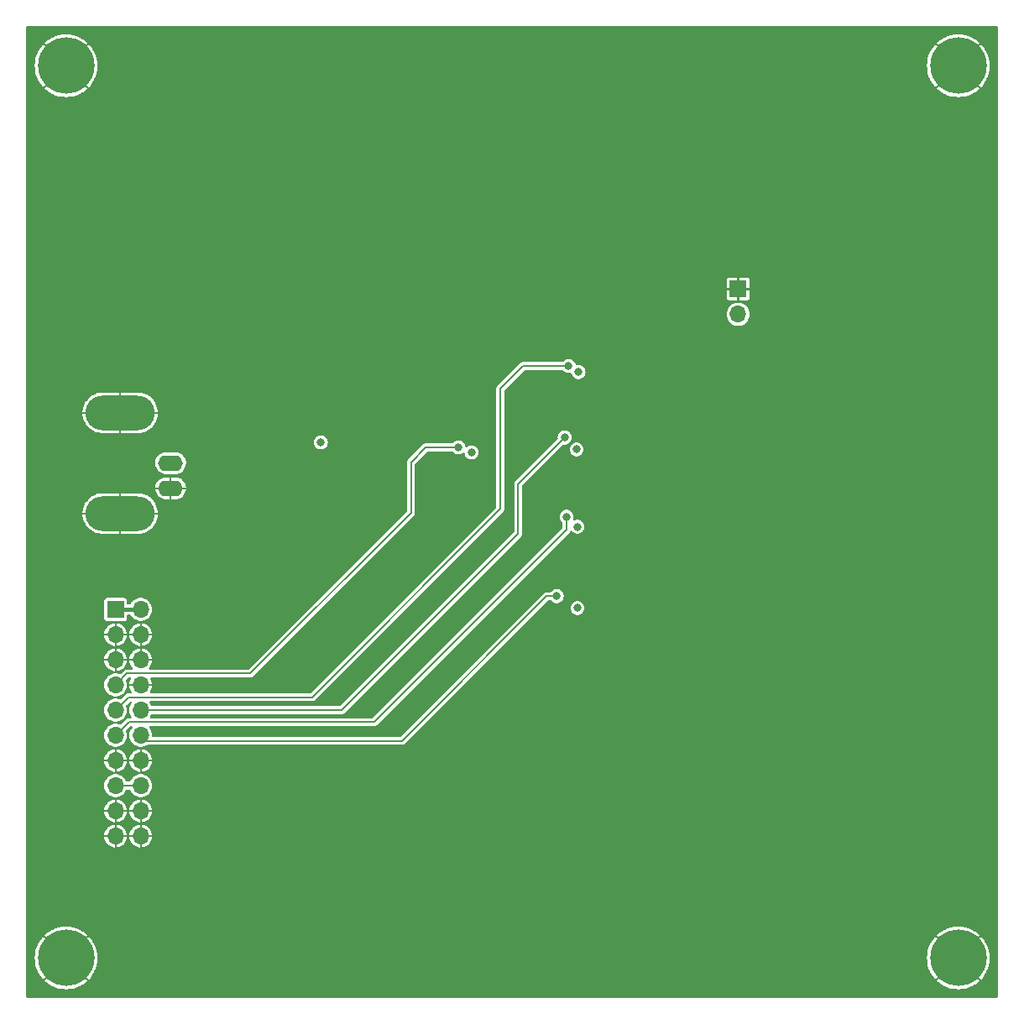
<source format=gbr>
%TF.GenerationSoftware,KiCad,Pcbnew,(7.0.0)*%
%TF.CreationDate,2023-12-14T15:04:28-05:00*%
%TF.ProjectId,singal-path-test-board,73696e67-616c-42d7-9061-74682d746573,rev?*%
%TF.SameCoordinates,Original*%
%TF.FileFunction,Copper,L4,Bot*%
%TF.FilePolarity,Positive*%
%FSLAX46Y46*%
G04 Gerber Fmt 4.6, Leading zero omitted, Abs format (unit mm)*
G04 Created by KiCad (PCBNEW (7.0.0)) date 2023-12-14 15:04:28*
%MOMM*%
%LPD*%
G01*
G04 APERTURE LIST*
%TA.AperFunction,ComponentPad*%
%ADD10C,5.700000*%
%TD*%
%TA.AperFunction,ComponentPad*%
%ADD11R,1.700000X1.700000*%
%TD*%
%TA.AperFunction,ComponentPad*%
%ADD12O,1.700000X1.700000*%
%TD*%
%TA.AperFunction,ComponentPad*%
%ADD13O,2.500000X1.600000*%
%TD*%
%TA.AperFunction,ComponentPad*%
%ADD14O,7.000000X3.500000*%
%TD*%
%TA.AperFunction,ViaPad*%
%ADD15C,0.800000*%
%TD*%
%TA.AperFunction,Conductor*%
%ADD16C,0.200000*%
%TD*%
%TA.AperFunction,Conductor*%
%ADD17C,0.400000*%
%TD*%
G04 APERTURE END LIST*
D10*
%TO.P,TP10,1,1*%
%TO.N,GND*%
X80000000Y-160000000D03*
%TD*%
%TO.P,TP3,1,1*%
%TO.N,GND*%
X170000000Y-160000000D03*
%TD*%
%TO.P,TP1,1,1*%
%TO.N,GND*%
X170000000Y-70000000D03*
%TD*%
%TO.P,TP2,1,1*%
%TO.N,GND*%
X80000000Y-70000000D03*
%TD*%
D11*
%TO.P,JP1,1,A*%
%TO.N,GND*%
X147799999Y-92524999D03*
D12*
%TO.P,JP1,2,B*%
%TO.N,/REF*%
X147799999Y-95064999D03*
%TD*%
D11*
%TO.P,J3,1,Pin_1*%
%TO.N,VCC*%
X84999999Y-124839999D03*
D12*
%TO.P,J3,2,Pin_2*%
X87539999Y-124839999D03*
%TO.P,J3,3,Pin_3*%
%TO.N,GND*%
X84999999Y-127379999D03*
%TO.P,J3,4,Pin_4*%
X87539999Y-127379999D03*
%TO.P,J3,5,Pin_5*%
X84999999Y-129919999D03*
%TO.P,J3,6,Pin_6*%
X87539999Y-129919999D03*
%TO.P,J3,7,Pin_7*%
%TO.N,/ATTEN_{SEL}*%
X84999999Y-132459999D03*
%TO.P,J3,8,Pin_8*%
%TO.N,GND*%
X87539999Y-132459999D03*
%TO.P,J3,9,Pin_9*%
%TO.N,/S_{0}*%
X84999999Y-134999999D03*
%TO.P,J3,10,Pin_10*%
%TO.N,/S_{1}*%
X87539999Y-134999999D03*
%TO.P,J3,11,Pin_11*%
%TO.N,/S_{2}*%
X84999999Y-137539999D03*
%TO.P,J3,12,Pin_12*%
%TO.N,/S_{3}*%
X87539999Y-137539999D03*
%TO.P,J3,13,Pin_13*%
%TO.N,GND*%
X84999999Y-140079999D03*
%TO.P,J3,14,Pin_14*%
X87539999Y-140079999D03*
%TO.P,J3,15,Pin_15*%
%TO.N,/TEST_{-0dBV}*%
X84999999Y-142619999D03*
%TO.P,J3,16,Pin_16*%
X87539999Y-142619999D03*
%TO.P,J3,17,Pin_17*%
%TO.N,GND*%
X84999999Y-145159999D03*
%TO.P,J3,18,Pin_18*%
X87539999Y-145159999D03*
%TO.P,J3,19,Pin_19*%
X84999999Y-147699999D03*
%TO.P,J3,20,Pin_20*%
X87539999Y-147699999D03*
%TD*%
D13*
%TO.P,J1,2,Ext*%
%TO.N,GND*%
X90549999Y-112619999D03*
D14*
X85469999Y-115159999D03*
X85469999Y-104999999D03*
D13*
%TO.P,J1,1,In*%
%TO.N,Net-(J1-In)*%
X90549999Y-110079999D03*
%TD*%
D15*
%TO.N,/S_{3}*%
X129500000Y-123500000D03*
%TO.N,GND*%
X138500000Y-99000000D03*
X131000000Y-96500000D03*
X121500000Y-99500000D03*
X127000000Y-99000000D03*
X132500000Y-99500000D03*
X152500000Y-110000000D03*
X155500000Y-110000000D03*
X152500000Y-103500000D03*
X152500000Y-116000000D03*
X144000000Y-114500000D03*
X140000000Y-108500000D03*
X142500000Y-100500000D03*
X144000000Y-108000000D03*
X97500000Y-115500000D03*
X105018448Y-121101710D03*
X134500000Y-124000000D03*
X136500000Y-102000000D03*
X126000000Y-134500000D03*
X126000000Y-102000000D03*
X121251493Y-72694313D03*
X96300000Y-160500000D03*
X127400000Y-158600000D03*
X78000000Y-109500000D03*
X78200000Y-124300000D03*
X77500000Y-143300000D03*
X96300000Y-122600000D03*
X101500000Y-104400000D03*
X116500000Y-97500000D03*
X92900000Y-70700000D03*
X84066042Y-92171048D03*
X103700000Y-78300000D03*
X150800000Y-71700000D03*
X159700000Y-82600000D03*
X158700000Y-117300000D03*
X161500000Y-105600000D03*
X159300000Y-130800000D03*
X166100000Y-143500000D03*
X145400000Y-154100000D03*
X119200000Y-142500000D03*
X107700000Y-144600000D03*
X93900000Y-143800000D03*
X92000000Y-129500000D03*
X102100000Y-132200000D03*
X111900000Y-122600000D03*
X121400000Y-119600000D03*
X126309583Y-123482696D03*
X120200000Y-129700000D03*
X119000000Y-126100000D03*
X110000000Y-131100000D03*
X111600000Y-133400000D03*
X116300000Y-124100000D03*
X116000000Y-117700000D03*
X107200000Y-126900000D03*
X114700000Y-135200000D03*
X128300000Y-121700000D03*
X128100000Y-114100000D03*
X127800000Y-106100000D03*
X135500000Y-107400000D03*
X135300000Y-113800000D03*
X139900000Y-129800000D03*
X122100000Y-105400000D03*
X118200000Y-113100000D03*
%TO.N,/S_{2}*%
X130500000Y-115500000D03*
%TO.N,/S_{1}*%
X130300000Y-107500000D03*
%TO.N,VCC*%
X131700000Y-100900000D03*
X131600000Y-124700000D03*
X131600000Y-116500000D03*
X131500000Y-108700000D03*
%TO.N,/S_{0}*%
X130700000Y-100300000D03*
%TO.N,VCC*%
X105700000Y-108000000D03*
%TO.N,GND*%
X106200000Y-112200000D03*
X110000000Y-115000000D03*
X113100000Y-115000000D03*
X122300000Y-110000000D03*
%TO.N,VCC*%
X120900000Y-109000000D03*
%TO.N,GND*%
X115700000Y-110400000D03*
%TO.N,/ATTEN_{SEL}*%
X119600000Y-108500000D03*
%TD*%
D16*
%TO.N,/S_{3}*%
X129500000Y-123500000D02*
X128500000Y-123500000D01*
X128500000Y-123500000D02*
X113900000Y-138100000D01*
X88100000Y-138100000D02*
X87540000Y-137540000D01*
X113900000Y-138100000D02*
X88100000Y-138100000D01*
%TO.N,/TEST_{-0dBV}*%
X85000000Y-142620000D02*
X87540000Y-142620000D01*
%TO.N,/S_{0}*%
X104800000Y-133700000D02*
X86300000Y-133700000D01*
X86300000Y-133700000D02*
X85000000Y-135000000D01*
X126100000Y-100300000D02*
X123800000Y-102600000D01*
X123800000Y-102600000D02*
X123800000Y-114700000D01*
X123800000Y-114700000D02*
X104800000Y-133700000D01*
X130700000Y-100300000D02*
X126100000Y-100300000D01*
%TO.N,/S_{2}*%
X111100000Y-136200000D02*
X86340000Y-136200000D01*
X130500000Y-116800000D02*
X111100000Y-136200000D01*
X130500000Y-115500000D02*
X130500000Y-116800000D01*
X86340000Y-136200000D02*
X85000000Y-137540000D01*
%TO.N,/S_{1}*%
X107800000Y-135000000D02*
X87540000Y-135000000D01*
X125600000Y-117200000D02*
X107800000Y-135000000D01*
X125600000Y-112200000D02*
X125600000Y-117200000D01*
X130300000Y-107500000D02*
X125600000Y-112200000D01*
%TO.N,/ATTEN_{SEL}*%
X114800000Y-115100000D02*
X98600000Y-131300000D01*
X86160000Y-131300000D02*
X85000000Y-132460000D01*
X114800000Y-110000000D02*
X114800000Y-115100000D01*
X116300000Y-108500000D02*
X114800000Y-110000000D01*
X119600000Y-108500000D02*
X116300000Y-108500000D01*
X98600000Y-131300000D02*
X86160000Y-131300000D01*
D17*
%TO.N,VCC*%
X85000000Y-124840000D02*
X87540000Y-124840000D01*
%TD*%
%TA.AperFunction,Conductor*%
%TO.N,GND*%
G36*
X173950000Y-66013763D02*
G01*
X173986237Y-66050000D01*
X173999500Y-66099500D01*
X173999500Y-163900500D01*
X173986237Y-163950000D01*
X173950000Y-163986237D01*
X173900500Y-163999500D01*
X76099500Y-163999500D01*
X76050000Y-163986237D01*
X76013763Y-163950000D01*
X76000500Y-163900500D01*
X76000500Y-162297516D01*
X77848005Y-162297516D01*
X77853853Y-162306632D01*
X78030848Y-162464803D01*
X78035173Y-162468252D01*
X78319187Y-162669773D01*
X78323894Y-162672730D01*
X78628675Y-162841176D01*
X78633683Y-162843587D01*
X78955411Y-162976852D01*
X78960653Y-162978686D01*
X79295286Y-163075092D01*
X79300697Y-163076326D01*
X79644005Y-163134657D01*
X79649541Y-163135281D01*
X79997222Y-163154807D01*
X80002778Y-163154807D01*
X80350458Y-163135281D01*
X80355994Y-163134657D01*
X80699302Y-163076326D01*
X80704713Y-163075092D01*
X81039346Y-162978686D01*
X81044588Y-162976852D01*
X81366316Y-162843587D01*
X81371324Y-162841176D01*
X81676105Y-162672730D01*
X81680812Y-162669773D01*
X81964826Y-162468252D01*
X81969151Y-162464803D01*
X82146145Y-162306632D01*
X82151993Y-162297516D01*
X167848005Y-162297516D01*
X167853853Y-162306632D01*
X168030848Y-162464803D01*
X168035173Y-162468252D01*
X168319187Y-162669773D01*
X168323894Y-162672730D01*
X168628675Y-162841176D01*
X168633683Y-162843587D01*
X168955411Y-162976852D01*
X168960653Y-162978686D01*
X169295286Y-163075092D01*
X169300697Y-163076326D01*
X169644005Y-163134657D01*
X169649541Y-163135281D01*
X169997222Y-163154807D01*
X170002778Y-163154807D01*
X170350458Y-163135281D01*
X170355994Y-163134657D01*
X170699302Y-163076326D01*
X170704713Y-163075092D01*
X171039346Y-162978686D01*
X171044588Y-162976852D01*
X171366316Y-162843587D01*
X171371324Y-162841176D01*
X171676105Y-162672730D01*
X171680812Y-162669773D01*
X171964826Y-162468252D01*
X171969151Y-162464803D01*
X172146145Y-162306632D01*
X172151993Y-162297516D01*
X172146666Y-162288087D01*
X170009214Y-160150635D01*
X170000000Y-160145315D01*
X169990785Y-160150635D01*
X167853332Y-162288087D01*
X167848005Y-162297516D01*
X82151993Y-162297516D01*
X82146666Y-162288087D01*
X80009214Y-160150635D01*
X80000000Y-160145315D01*
X79990785Y-160150635D01*
X77853332Y-162288087D01*
X77848005Y-162297516D01*
X76000500Y-162297516D01*
X76000500Y-160002778D01*
X76845193Y-160002778D01*
X76864718Y-160350458D01*
X76865342Y-160355994D01*
X76923673Y-160699302D01*
X76924907Y-160704713D01*
X77021313Y-161039346D01*
X77023147Y-161044588D01*
X77156412Y-161366316D01*
X77158823Y-161371324D01*
X77327269Y-161676105D01*
X77330226Y-161680812D01*
X77531747Y-161964826D01*
X77535196Y-161969151D01*
X77693366Y-162146145D01*
X77702482Y-162151993D01*
X77711911Y-162146666D01*
X79849364Y-160009214D01*
X79854684Y-159999999D01*
X80145315Y-159999999D01*
X80150635Y-160009214D01*
X82288087Y-162146666D01*
X82297516Y-162151993D01*
X82306632Y-162146145D01*
X82464803Y-161969151D01*
X82468252Y-161964826D01*
X82669773Y-161680812D01*
X82672730Y-161676105D01*
X82841176Y-161371324D01*
X82843587Y-161366316D01*
X82976852Y-161044588D01*
X82978686Y-161039346D01*
X83075092Y-160704713D01*
X83076326Y-160699302D01*
X83134657Y-160355994D01*
X83135281Y-160350458D01*
X83154807Y-160002778D01*
X166845193Y-160002778D01*
X166864718Y-160350458D01*
X166865342Y-160355994D01*
X166923673Y-160699302D01*
X166924907Y-160704713D01*
X167021313Y-161039346D01*
X167023147Y-161044588D01*
X167156412Y-161366316D01*
X167158823Y-161371324D01*
X167327269Y-161676105D01*
X167330226Y-161680812D01*
X167531747Y-161964826D01*
X167535196Y-161969151D01*
X167693366Y-162146145D01*
X167702482Y-162151993D01*
X167711911Y-162146666D01*
X169849364Y-160009214D01*
X169854684Y-159999999D01*
X170145315Y-159999999D01*
X170150635Y-160009214D01*
X172288087Y-162146666D01*
X172297516Y-162151993D01*
X172306632Y-162146145D01*
X172464803Y-161969151D01*
X172468252Y-161964826D01*
X172669773Y-161680812D01*
X172672730Y-161676105D01*
X172841176Y-161371324D01*
X172843587Y-161366316D01*
X172976852Y-161044588D01*
X172978686Y-161039346D01*
X173075092Y-160704713D01*
X173076326Y-160699302D01*
X173134657Y-160355994D01*
X173135281Y-160350458D01*
X173154807Y-160002778D01*
X173154807Y-159997222D01*
X173135281Y-159649541D01*
X173134657Y-159644005D01*
X173076326Y-159300697D01*
X173075092Y-159295286D01*
X172978686Y-158960653D01*
X172976852Y-158955411D01*
X172843587Y-158633683D01*
X172841176Y-158628675D01*
X172672730Y-158323894D01*
X172669773Y-158319187D01*
X172468252Y-158035173D01*
X172464803Y-158030848D01*
X172306632Y-157853853D01*
X172297516Y-157848005D01*
X172288087Y-157853332D01*
X170150635Y-159990785D01*
X170145315Y-159999999D01*
X169854684Y-159999999D01*
X169849364Y-159990785D01*
X167711911Y-157853332D01*
X167702482Y-157848005D01*
X167693366Y-157853853D01*
X167535196Y-158030848D01*
X167531747Y-158035173D01*
X167330226Y-158319187D01*
X167327269Y-158323894D01*
X167158823Y-158628675D01*
X167156412Y-158633683D01*
X167023147Y-158955411D01*
X167021313Y-158960653D01*
X166924907Y-159295286D01*
X166923673Y-159300697D01*
X166865342Y-159644005D01*
X166864718Y-159649541D01*
X166845193Y-159997222D01*
X166845193Y-160002778D01*
X83154807Y-160002778D01*
X83154807Y-159997222D01*
X83135281Y-159649541D01*
X83134657Y-159644005D01*
X83076326Y-159300697D01*
X83075092Y-159295286D01*
X82978686Y-158960653D01*
X82976852Y-158955411D01*
X82843587Y-158633683D01*
X82841176Y-158628675D01*
X82672730Y-158323894D01*
X82669773Y-158319187D01*
X82468252Y-158035173D01*
X82464803Y-158030848D01*
X82306632Y-157853853D01*
X82297516Y-157848005D01*
X82288087Y-157853332D01*
X80150635Y-159990785D01*
X80145315Y-159999999D01*
X79854684Y-159999999D01*
X79849364Y-159990785D01*
X77711911Y-157853332D01*
X77702482Y-157848005D01*
X77693366Y-157853853D01*
X77535196Y-158030848D01*
X77531747Y-158035173D01*
X77330226Y-158319187D01*
X77327269Y-158323894D01*
X77158823Y-158628675D01*
X77156412Y-158633683D01*
X77023147Y-158955411D01*
X77021313Y-158960653D01*
X76924907Y-159295286D01*
X76923673Y-159300697D01*
X76865342Y-159644005D01*
X76864718Y-159649541D01*
X76845193Y-159997222D01*
X76845193Y-160002778D01*
X76000500Y-160002778D01*
X76000500Y-157702482D01*
X77848005Y-157702482D01*
X77853332Y-157711911D01*
X79990785Y-159849364D01*
X80000000Y-159854684D01*
X80009214Y-159849364D01*
X82146666Y-157711911D01*
X82151993Y-157702482D01*
X167848005Y-157702482D01*
X167853332Y-157711911D01*
X169990785Y-159849364D01*
X170000000Y-159854684D01*
X170009214Y-159849364D01*
X172146666Y-157711911D01*
X172151993Y-157702482D01*
X172146145Y-157693366D01*
X171969151Y-157535196D01*
X171964826Y-157531747D01*
X171680812Y-157330226D01*
X171676105Y-157327269D01*
X171371324Y-157158823D01*
X171366316Y-157156412D01*
X171044588Y-157023147D01*
X171039346Y-157021313D01*
X170704713Y-156924907D01*
X170699302Y-156923673D01*
X170355994Y-156865342D01*
X170350458Y-156864718D01*
X170002778Y-156845193D01*
X169997222Y-156845193D01*
X169649541Y-156864718D01*
X169644005Y-156865342D01*
X169300697Y-156923673D01*
X169295286Y-156924907D01*
X168960653Y-157021313D01*
X168955411Y-157023147D01*
X168633683Y-157156412D01*
X168628675Y-157158823D01*
X168323894Y-157327269D01*
X168319187Y-157330226D01*
X168035173Y-157531747D01*
X168030848Y-157535196D01*
X167853853Y-157693366D01*
X167848005Y-157702482D01*
X82151993Y-157702482D01*
X82146145Y-157693366D01*
X81969151Y-157535196D01*
X81964826Y-157531747D01*
X81680812Y-157330226D01*
X81676105Y-157327269D01*
X81371324Y-157158823D01*
X81366316Y-157156412D01*
X81044588Y-157023147D01*
X81039346Y-157021313D01*
X80704713Y-156924907D01*
X80699302Y-156923673D01*
X80355994Y-156865342D01*
X80350458Y-156864718D01*
X80002778Y-156845193D01*
X79997222Y-156845193D01*
X79649541Y-156864718D01*
X79644005Y-156865342D01*
X79300697Y-156923673D01*
X79295286Y-156924907D01*
X78960653Y-157021313D01*
X78955411Y-157023147D01*
X78633683Y-157156412D01*
X78628675Y-157158823D01*
X78323894Y-157327269D01*
X78319187Y-157330226D01*
X78035173Y-157531747D01*
X78030848Y-157535196D01*
X77853853Y-157693366D01*
X77848005Y-157702482D01*
X76000500Y-157702482D01*
X76000500Y-147813749D01*
X83855613Y-147813749D01*
X83864316Y-147907665D01*
X83865989Y-147916613D01*
X83921809Y-148112803D01*
X83925105Y-148121309D01*
X84016018Y-148303889D01*
X84020823Y-148311649D01*
X84143736Y-148474411D01*
X84149883Y-148481154D01*
X84300619Y-148618569D01*
X84307889Y-148624059D01*
X84481315Y-148731439D01*
X84489472Y-148735501D01*
X84679669Y-148809184D01*
X84688442Y-148811679D01*
X84888930Y-148849157D01*
X84889807Y-148849238D01*
X84897245Y-148847245D01*
X84900000Y-148836967D01*
X85100000Y-148836967D01*
X85102754Y-148847245D01*
X85110192Y-148849238D01*
X85111069Y-148849157D01*
X85311557Y-148811679D01*
X85320330Y-148809184D01*
X85510527Y-148735501D01*
X85518684Y-148731439D01*
X85692110Y-148624059D01*
X85699380Y-148618569D01*
X85850116Y-148481154D01*
X85856263Y-148474411D01*
X85979176Y-148311649D01*
X85983981Y-148303889D01*
X86074894Y-148121309D01*
X86078190Y-148112803D01*
X86134010Y-147916613D01*
X86135683Y-147907665D01*
X86144386Y-147813749D01*
X86395613Y-147813749D01*
X86404316Y-147907665D01*
X86405989Y-147916613D01*
X86461809Y-148112803D01*
X86465105Y-148121309D01*
X86556018Y-148303889D01*
X86560823Y-148311649D01*
X86683736Y-148474411D01*
X86689883Y-148481154D01*
X86840619Y-148618569D01*
X86847889Y-148624059D01*
X87021315Y-148731439D01*
X87029472Y-148735501D01*
X87219669Y-148809184D01*
X87228442Y-148811679D01*
X87428930Y-148849157D01*
X87429807Y-148849238D01*
X87437245Y-148847245D01*
X87440000Y-148836967D01*
X87640000Y-148836967D01*
X87642754Y-148847245D01*
X87650192Y-148849238D01*
X87651069Y-148849157D01*
X87851557Y-148811679D01*
X87860330Y-148809184D01*
X88050527Y-148735501D01*
X88058684Y-148731439D01*
X88232110Y-148624059D01*
X88239380Y-148618569D01*
X88390116Y-148481154D01*
X88396263Y-148474411D01*
X88519176Y-148311649D01*
X88523981Y-148303889D01*
X88614894Y-148121309D01*
X88618190Y-148112803D01*
X88674010Y-147916613D01*
X88675683Y-147907665D01*
X88684386Y-147813749D01*
X88682376Y-147802995D01*
X88671849Y-147800000D01*
X87653033Y-147800000D01*
X87642754Y-147802754D01*
X87640000Y-147813033D01*
X87640000Y-148836967D01*
X87440000Y-148836967D01*
X87440000Y-147813033D01*
X87437245Y-147802754D01*
X87426967Y-147800000D01*
X86408151Y-147800000D01*
X86397623Y-147802995D01*
X86395613Y-147813749D01*
X86144386Y-147813749D01*
X86142376Y-147802995D01*
X86131849Y-147800000D01*
X85113033Y-147800000D01*
X85102754Y-147802754D01*
X85100000Y-147813033D01*
X85100000Y-148836967D01*
X84900000Y-148836967D01*
X84900000Y-147813033D01*
X84897245Y-147802754D01*
X84886967Y-147800000D01*
X83868151Y-147800000D01*
X83857623Y-147802995D01*
X83855613Y-147813749D01*
X76000500Y-147813749D01*
X76000500Y-147586250D01*
X83855613Y-147586250D01*
X83857623Y-147597004D01*
X83868151Y-147600000D01*
X84886967Y-147600000D01*
X84897245Y-147597245D01*
X84900000Y-147586967D01*
X85100000Y-147586967D01*
X85102754Y-147597245D01*
X85113033Y-147600000D01*
X86131849Y-147600000D01*
X86142376Y-147597004D01*
X86144386Y-147586250D01*
X86395613Y-147586250D01*
X86397623Y-147597004D01*
X86408151Y-147600000D01*
X87426967Y-147600000D01*
X87437245Y-147597245D01*
X87440000Y-147586967D01*
X87640000Y-147586967D01*
X87642754Y-147597245D01*
X87653033Y-147600000D01*
X88671849Y-147600000D01*
X88682376Y-147597004D01*
X88684386Y-147586250D01*
X88675683Y-147492334D01*
X88674010Y-147483386D01*
X88618190Y-147287196D01*
X88614894Y-147278690D01*
X88523981Y-147096110D01*
X88519176Y-147088350D01*
X88396263Y-146925588D01*
X88390116Y-146918845D01*
X88239380Y-146781430D01*
X88232110Y-146775940D01*
X88058684Y-146668560D01*
X88050527Y-146664498D01*
X87860330Y-146590815D01*
X87851557Y-146588320D01*
X87651069Y-146550842D01*
X87650192Y-146550761D01*
X87642754Y-146552754D01*
X87640000Y-146563033D01*
X87640000Y-147586967D01*
X87440000Y-147586967D01*
X87440000Y-146563033D01*
X87437245Y-146552754D01*
X87429807Y-146550761D01*
X87428930Y-146550842D01*
X87228442Y-146588320D01*
X87219669Y-146590815D01*
X87029472Y-146664498D01*
X87021315Y-146668560D01*
X86847889Y-146775940D01*
X86840619Y-146781430D01*
X86689883Y-146918845D01*
X86683736Y-146925588D01*
X86560823Y-147088350D01*
X86556018Y-147096110D01*
X86465105Y-147278690D01*
X86461809Y-147287196D01*
X86405989Y-147483386D01*
X86404316Y-147492334D01*
X86395613Y-147586250D01*
X86144386Y-147586250D01*
X86135683Y-147492334D01*
X86134010Y-147483386D01*
X86078190Y-147287196D01*
X86074894Y-147278690D01*
X85983981Y-147096110D01*
X85979176Y-147088350D01*
X85856263Y-146925588D01*
X85850116Y-146918845D01*
X85699380Y-146781430D01*
X85692110Y-146775940D01*
X85518684Y-146668560D01*
X85510527Y-146664498D01*
X85320330Y-146590815D01*
X85311557Y-146588320D01*
X85111069Y-146550842D01*
X85110192Y-146550761D01*
X85102754Y-146552754D01*
X85100000Y-146563033D01*
X85100000Y-147586967D01*
X84900000Y-147586967D01*
X84900000Y-146563033D01*
X84897245Y-146552754D01*
X84889807Y-146550761D01*
X84888930Y-146550842D01*
X84688442Y-146588320D01*
X84679669Y-146590815D01*
X84489472Y-146664498D01*
X84481315Y-146668560D01*
X84307889Y-146775940D01*
X84300619Y-146781430D01*
X84149883Y-146918845D01*
X84143736Y-146925588D01*
X84020823Y-147088350D01*
X84016018Y-147096110D01*
X83925105Y-147278690D01*
X83921809Y-147287196D01*
X83865989Y-147483386D01*
X83864316Y-147492334D01*
X83855613Y-147586250D01*
X76000500Y-147586250D01*
X76000500Y-145273749D01*
X83855613Y-145273749D01*
X83864316Y-145367665D01*
X83865989Y-145376613D01*
X83921809Y-145572803D01*
X83925105Y-145581309D01*
X84016018Y-145763889D01*
X84020823Y-145771649D01*
X84143736Y-145934411D01*
X84149883Y-145941154D01*
X84300619Y-146078569D01*
X84307889Y-146084059D01*
X84481315Y-146191439D01*
X84489472Y-146195501D01*
X84679669Y-146269184D01*
X84688442Y-146271679D01*
X84888930Y-146309157D01*
X84889807Y-146309238D01*
X84897245Y-146307245D01*
X84900000Y-146296967D01*
X85100000Y-146296967D01*
X85102754Y-146307245D01*
X85110192Y-146309238D01*
X85111069Y-146309157D01*
X85311557Y-146271679D01*
X85320330Y-146269184D01*
X85510527Y-146195501D01*
X85518684Y-146191439D01*
X85692110Y-146084059D01*
X85699380Y-146078569D01*
X85850116Y-145941154D01*
X85856263Y-145934411D01*
X85979176Y-145771649D01*
X85983981Y-145763889D01*
X86074894Y-145581309D01*
X86078190Y-145572803D01*
X86134010Y-145376613D01*
X86135683Y-145367665D01*
X86144386Y-145273749D01*
X86395613Y-145273749D01*
X86404316Y-145367665D01*
X86405989Y-145376613D01*
X86461809Y-145572803D01*
X86465105Y-145581309D01*
X86556018Y-145763889D01*
X86560823Y-145771649D01*
X86683736Y-145934411D01*
X86689883Y-145941154D01*
X86840619Y-146078569D01*
X86847889Y-146084059D01*
X87021315Y-146191439D01*
X87029472Y-146195501D01*
X87219669Y-146269184D01*
X87228442Y-146271679D01*
X87428930Y-146309157D01*
X87429807Y-146309238D01*
X87437245Y-146307245D01*
X87440000Y-146296967D01*
X87640000Y-146296967D01*
X87642754Y-146307245D01*
X87650192Y-146309238D01*
X87651069Y-146309157D01*
X87851557Y-146271679D01*
X87860330Y-146269184D01*
X88050527Y-146195501D01*
X88058684Y-146191439D01*
X88232110Y-146084059D01*
X88239380Y-146078569D01*
X88390116Y-145941154D01*
X88396263Y-145934411D01*
X88519176Y-145771649D01*
X88523981Y-145763889D01*
X88614894Y-145581309D01*
X88618190Y-145572803D01*
X88674010Y-145376613D01*
X88675683Y-145367665D01*
X88684386Y-145273749D01*
X88682376Y-145262995D01*
X88671849Y-145260000D01*
X87653033Y-145260000D01*
X87642754Y-145262754D01*
X87640000Y-145273033D01*
X87640000Y-146296967D01*
X87440000Y-146296967D01*
X87440000Y-145273033D01*
X87437245Y-145262754D01*
X87426967Y-145260000D01*
X86408151Y-145260000D01*
X86397623Y-145262995D01*
X86395613Y-145273749D01*
X86144386Y-145273749D01*
X86142376Y-145262995D01*
X86131849Y-145260000D01*
X85113033Y-145260000D01*
X85102754Y-145262754D01*
X85100000Y-145273033D01*
X85100000Y-146296967D01*
X84900000Y-146296967D01*
X84900000Y-145273033D01*
X84897245Y-145262754D01*
X84886967Y-145260000D01*
X83868151Y-145260000D01*
X83857623Y-145262995D01*
X83855613Y-145273749D01*
X76000500Y-145273749D01*
X76000500Y-145046250D01*
X83855613Y-145046250D01*
X83857623Y-145057004D01*
X83868151Y-145060000D01*
X84886967Y-145060000D01*
X84897245Y-145057245D01*
X84900000Y-145046967D01*
X85100000Y-145046967D01*
X85102754Y-145057245D01*
X85113033Y-145060000D01*
X86131849Y-145060000D01*
X86142376Y-145057004D01*
X86144386Y-145046250D01*
X86395613Y-145046250D01*
X86397623Y-145057004D01*
X86408151Y-145060000D01*
X87426967Y-145060000D01*
X87437245Y-145057245D01*
X87440000Y-145046967D01*
X87640000Y-145046967D01*
X87642754Y-145057245D01*
X87653033Y-145060000D01*
X88671849Y-145060000D01*
X88682376Y-145057004D01*
X88684386Y-145046250D01*
X88675683Y-144952334D01*
X88674010Y-144943386D01*
X88618190Y-144747196D01*
X88614894Y-144738690D01*
X88523981Y-144556110D01*
X88519176Y-144548350D01*
X88396263Y-144385588D01*
X88390116Y-144378845D01*
X88239380Y-144241430D01*
X88232110Y-144235940D01*
X88058684Y-144128560D01*
X88050527Y-144124498D01*
X87860330Y-144050815D01*
X87851557Y-144048320D01*
X87651069Y-144010842D01*
X87650192Y-144010761D01*
X87642754Y-144012754D01*
X87640000Y-144023033D01*
X87640000Y-145046967D01*
X87440000Y-145046967D01*
X87440000Y-144023033D01*
X87437245Y-144012754D01*
X87429807Y-144010761D01*
X87428930Y-144010842D01*
X87228442Y-144048320D01*
X87219669Y-144050815D01*
X87029472Y-144124498D01*
X87021315Y-144128560D01*
X86847889Y-144235940D01*
X86840619Y-144241430D01*
X86689883Y-144378845D01*
X86683736Y-144385588D01*
X86560823Y-144548350D01*
X86556018Y-144556110D01*
X86465105Y-144738690D01*
X86461809Y-144747196D01*
X86405989Y-144943386D01*
X86404316Y-144952334D01*
X86395613Y-145046250D01*
X86144386Y-145046250D01*
X86135683Y-144952334D01*
X86134010Y-144943386D01*
X86078190Y-144747196D01*
X86074894Y-144738690D01*
X85983981Y-144556110D01*
X85979176Y-144548350D01*
X85856263Y-144385588D01*
X85850116Y-144378845D01*
X85699380Y-144241430D01*
X85692110Y-144235940D01*
X85518684Y-144128560D01*
X85510527Y-144124498D01*
X85320330Y-144050815D01*
X85311557Y-144048320D01*
X85111069Y-144010842D01*
X85110192Y-144010761D01*
X85102754Y-144012754D01*
X85100000Y-144023033D01*
X85100000Y-145046967D01*
X84900000Y-145046967D01*
X84900000Y-144023033D01*
X84897245Y-144012754D01*
X84889807Y-144010761D01*
X84888930Y-144010842D01*
X84688442Y-144048320D01*
X84679669Y-144050815D01*
X84489472Y-144124498D01*
X84481315Y-144128560D01*
X84307889Y-144235940D01*
X84300619Y-144241430D01*
X84149883Y-144378845D01*
X84143736Y-144385588D01*
X84020823Y-144548350D01*
X84016018Y-144556110D01*
X83925105Y-144738690D01*
X83921809Y-144747196D01*
X83865989Y-144943386D01*
X83864316Y-144952334D01*
X83855613Y-145046250D01*
X76000500Y-145046250D01*
X76000500Y-142620000D01*
X83844571Y-142620000D01*
X83864244Y-142832310D01*
X83865493Y-142836699D01*
X83865494Y-142836705D01*
X83921341Y-143032984D01*
X83921343Y-143032990D01*
X83922595Y-143037389D01*
X84017634Y-143228255D01*
X84020396Y-143231912D01*
X84143365Y-143394749D01*
X84143368Y-143394752D01*
X84146128Y-143398407D01*
X84303698Y-143542052D01*
X84484981Y-143654298D01*
X84683802Y-143731321D01*
X84893390Y-143770500D01*
X85102027Y-143770500D01*
X85106610Y-143770500D01*
X85316198Y-143731321D01*
X85515019Y-143654298D01*
X85696302Y-143542052D01*
X85853872Y-143398407D01*
X85982366Y-143228255D01*
X86058491Y-143075372D01*
X86094996Y-143035329D01*
X86147113Y-143020500D01*
X86392887Y-143020500D01*
X86445004Y-143035329D01*
X86481508Y-143075372D01*
X86557634Y-143228255D01*
X86560396Y-143231912D01*
X86683365Y-143394749D01*
X86683368Y-143394752D01*
X86686128Y-143398407D01*
X86843698Y-143542052D01*
X87024981Y-143654298D01*
X87223802Y-143731321D01*
X87433390Y-143770500D01*
X87642027Y-143770500D01*
X87646610Y-143770500D01*
X87856198Y-143731321D01*
X88055019Y-143654298D01*
X88236302Y-143542052D01*
X88393872Y-143398407D01*
X88522366Y-143228255D01*
X88617405Y-143037389D01*
X88675756Y-142832310D01*
X88695429Y-142620000D01*
X88675756Y-142407690D01*
X88617405Y-142202611D01*
X88522366Y-142011745D01*
X88393872Y-141841593D01*
X88236302Y-141697948D01*
X88232413Y-141695540D01*
X88232409Y-141695537D01*
X88121643Y-141626954D01*
X88055019Y-141585702D01*
X88014029Y-141569822D01*
X87860467Y-141510332D01*
X87860459Y-141510329D01*
X87856198Y-141508679D01*
X87851694Y-141507837D01*
X87651116Y-141470342D01*
X87651112Y-141470341D01*
X87646610Y-141469500D01*
X87433390Y-141469500D01*
X87428888Y-141470341D01*
X87428883Y-141470342D01*
X87228305Y-141507837D01*
X87228302Y-141507837D01*
X87223802Y-141508679D01*
X87219543Y-141510328D01*
X87219532Y-141510332D01*
X87029250Y-141584048D01*
X87029248Y-141584048D01*
X87024981Y-141585702D01*
X87021087Y-141588112D01*
X87021085Y-141588114D01*
X86847590Y-141695537D01*
X86847581Y-141695543D01*
X86843698Y-141697948D01*
X86840323Y-141701024D01*
X86840316Y-141701030D01*
X86689512Y-141838507D01*
X86689506Y-141838513D01*
X86686128Y-141841593D01*
X86683372Y-141845241D01*
X86683365Y-141845250D01*
X86560396Y-142008087D01*
X86557634Y-142011745D01*
X86555595Y-142015838D01*
X86555591Y-142015846D01*
X86481508Y-142164628D01*
X86445004Y-142204671D01*
X86392887Y-142219500D01*
X86147113Y-142219500D01*
X86094996Y-142204671D01*
X86058492Y-142164628D01*
X85984408Y-142015846D01*
X85982366Y-142011745D01*
X85853872Y-141841593D01*
X85696302Y-141697948D01*
X85692413Y-141695540D01*
X85692409Y-141695537D01*
X85581643Y-141626954D01*
X85515019Y-141585702D01*
X85474029Y-141569822D01*
X85320467Y-141510332D01*
X85320459Y-141510329D01*
X85316198Y-141508679D01*
X85311694Y-141507837D01*
X85111116Y-141470342D01*
X85111112Y-141470341D01*
X85106610Y-141469500D01*
X84893390Y-141469500D01*
X84888888Y-141470341D01*
X84888883Y-141470342D01*
X84688305Y-141507837D01*
X84688302Y-141507837D01*
X84683802Y-141508679D01*
X84679543Y-141510328D01*
X84679532Y-141510332D01*
X84489250Y-141584048D01*
X84489248Y-141584048D01*
X84484981Y-141585702D01*
X84481087Y-141588112D01*
X84481085Y-141588114D01*
X84307590Y-141695537D01*
X84307581Y-141695543D01*
X84303698Y-141697948D01*
X84300323Y-141701024D01*
X84300316Y-141701030D01*
X84149512Y-141838507D01*
X84149506Y-141838513D01*
X84146128Y-141841593D01*
X84143372Y-141845241D01*
X84143365Y-141845250D01*
X84020396Y-142008087D01*
X84017634Y-142011745D01*
X84015595Y-142015838D01*
X84015591Y-142015846D01*
X83924637Y-142198509D01*
X83924635Y-142198513D01*
X83922595Y-142202611D01*
X83921344Y-142207005D01*
X83921341Y-142207015D01*
X83865494Y-142403294D01*
X83865492Y-142403302D01*
X83864244Y-142407690D01*
X83844571Y-142620000D01*
X76000500Y-142620000D01*
X76000500Y-140193749D01*
X83855613Y-140193749D01*
X83864316Y-140287665D01*
X83865989Y-140296613D01*
X83921809Y-140492803D01*
X83925105Y-140501309D01*
X84016018Y-140683889D01*
X84020823Y-140691649D01*
X84143736Y-140854411D01*
X84149883Y-140861154D01*
X84300619Y-140998569D01*
X84307889Y-141004059D01*
X84481315Y-141111439D01*
X84489472Y-141115501D01*
X84679669Y-141189184D01*
X84688442Y-141191679D01*
X84888930Y-141229157D01*
X84889807Y-141229238D01*
X84897245Y-141227245D01*
X84900000Y-141216967D01*
X85100000Y-141216967D01*
X85102754Y-141227245D01*
X85110192Y-141229238D01*
X85111069Y-141229157D01*
X85311557Y-141191679D01*
X85320330Y-141189184D01*
X85510527Y-141115501D01*
X85518684Y-141111439D01*
X85692110Y-141004059D01*
X85699380Y-140998569D01*
X85850116Y-140861154D01*
X85856263Y-140854411D01*
X85979176Y-140691649D01*
X85983981Y-140683889D01*
X86074894Y-140501309D01*
X86078190Y-140492803D01*
X86134010Y-140296613D01*
X86135683Y-140287665D01*
X86144386Y-140193749D01*
X86395613Y-140193749D01*
X86404316Y-140287665D01*
X86405989Y-140296613D01*
X86461809Y-140492803D01*
X86465105Y-140501309D01*
X86556018Y-140683889D01*
X86560823Y-140691649D01*
X86683736Y-140854411D01*
X86689883Y-140861154D01*
X86840619Y-140998569D01*
X86847889Y-141004059D01*
X87021315Y-141111439D01*
X87029472Y-141115501D01*
X87219669Y-141189184D01*
X87228442Y-141191679D01*
X87428930Y-141229157D01*
X87429807Y-141229238D01*
X87437245Y-141227245D01*
X87440000Y-141216967D01*
X87640000Y-141216967D01*
X87642754Y-141227245D01*
X87650192Y-141229238D01*
X87651069Y-141229157D01*
X87851557Y-141191679D01*
X87860330Y-141189184D01*
X88050527Y-141115501D01*
X88058684Y-141111439D01*
X88232110Y-141004059D01*
X88239380Y-140998569D01*
X88390116Y-140861154D01*
X88396263Y-140854411D01*
X88519176Y-140691649D01*
X88523981Y-140683889D01*
X88614894Y-140501309D01*
X88618190Y-140492803D01*
X88674010Y-140296613D01*
X88675683Y-140287665D01*
X88684386Y-140193749D01*
X88682376Y-140182995D01*
X88671849Y-140180000D01*
X87653033Y-140180000D01*
X87642754Y-140182754D01*
X87640000Y-140193033D01*
X87640000Y-141216967D01*
X87440000Y-141216967D01*
X87440000Y-140193033D01*
X87437245Y-140182754D01*
X87426967Y-140180000D01*
X86408151Y-140180000D01*
X86397623Y-140182995D01*
X86395613Y-140193749D01*
X86144386Y-140193749D01*
X86142376Y-140182995D01*
X86131849Y-140180000D01*
X85113033Y-140180000D01*
X85102754Y-140182754D01*
X85100000Y-140193033D01*
X85100000Y-141216967D01*
X84900000Y-141216967D01*
X84900000Y-140193033D01*
X84897245Y-140182754D01*
X84886967Y-140180000D01*
X83868151Y-140180000D01*
X83857623Y-140182995D01*
X83855613Y-140193749D01*
X76000500Y-140193749D01*
X76000500Y-139966250D01*
X83855613Y-139966250D01*
X83857623Y-139977004D01*
X83868151Y-139980000D01*
X84886967Y-139980000D01*
X84897245Y-139977245D01*
X84900000Y-139966967D01*
X85100000Y-139966967D01*
X85102754Y-139977245D01*
X85113033Y-139980000D01*
X86131849Y-139980000D01*
X86142376Y-139977004D01*
X86144386Y-139966250D01*
X86395613Y-139966250D01*
X86397623Y-139977004D01*
X86408151Y-139980000D01*
X87426967Y-139980000D01*
X87437245Y-139977245D01*
X87440000Y-139966967D01*
X87640000Y-139966967D01*
X87642754Y-139977245D01*
X87653033Y-139980000D01*
X88671849Y-139980000D01*
X88682376Y-139977004D01*
X88684386Y-139966250D01*
X88675683Y-139872334D01*
X88674010Y-139863386D01*
X88618190Y-139667196D01*
X88614894Y-139658690D01*
X88523981Y-139476110D01*
X88519176Y-139468350D01*
X88396263Y-139305588D01*
X88390116Y-139298845D01*
X88239380Y-139161430D01*
X88232110Y-139155940D01*
X88058684Y-139048560D01*
X88050527Y-139044498D01*
X87860330Y-138970815D01*
X87851557Y-138968320D01*
X87651069Y-138930842D01*
X87650192Y-138930761D01*
X87642754Y-138932754D01*
X87640000Y-138943033D01*
X87640000Y-139966967D01*
X87440000Y-139966967D01*
X87440000Y-138943033D01*
X87437245Y-138932754D01*
X87429807Y-138930761D01*
X87428930Y-138930842D01*
X87228442Y-138968320D01*
X87219669Y-138970815D01*
X87029472Y-139044498D01*
X87021315Y-139048560D01*
X86847889Y-139155940D01*
X86840619Y-139161430D01*
X86689883Y-139298845D01*
X86683736Y-139305588D01*
X86560823Y-139468350D01*
X86556018Y-139476110D01*
X86465105Y-139658690D01*
X86461809Y-139667196D01*
X86405989Y-139863386D01*
X86404316Y-139872334D01*
X86395613Y-139966250D01*
X86144386Y-139966250D01*
X86135683Y-139872334D01*
X86134010Y-139863386D01*
X86078190Y-139667196D01*
X86074894Y-139658690D01*
X85983981Y-139476110D01*
X85979176Y-139468350D01*
X85856263Y-139305588D01*
X85850116Y-139298845D01*
X85699380Y-139161430D01*
X85692110Y-139155940D01*
X85518684Y-139048560D01*
X85510527Y-139044498D01*
X85320330Y-138970815D01*
X85311557Y-138968320D01*
X85111069Y-138930842D01*
X85110192Y-138930761D01*
X85102754Y-138932754D01*
X85100000Y-138943033D01*
X85100000Y-139966967D01*
X84900000Y-139966967D01*
X84900000Y-138943033D01*
X84897245Y-138932754D01*
X84889807Y-138930761D01*
X84888930Y-138930842D01*
X84688442Y-138968320D01*
X84679669Y-138970815D01*
X84489472Y-139044498D01*
X84481315Y-139048560D01*
X84307889Y-139155940D01*
X84300619Y-139161430D01*
X84149883Y-139298845D01*
X84143736Y-139305588D01*
X84020823Y-139468350D01*
X84016018Y-139476110D01*
X83925105Y-139658690D01*
X83921809Y-139667196D01*
X83865989Y-139863386D01*
X83864316Y-139872334D01*
X83855613Y-139966250D01*
X76000500Y-139966250D01*
X76000500Y-137540000D01*
X83844571Y-137540000D01*
X83844993Y-137544554D01*
X83859350Y-137699500D01*
X83864244Y-137752310D01*
X83865493Y-137756699D01*
X83865494Y-137756705D01*
X83921341Y-137952984D01*
X83921343Y-137952990D01*
X83922595Y-137957389D01*
X84017634Y-138148255D01*
X84020396Y-138151912D01*
X84143365Y-138314749D01*
X84143368Y-138314752D01*
X84146128Y-138318407D01*
X84149511Y-138321491D01*
X84149512Y-138321492D01*
X84297842Y-138456714D01*
X84303698Y-138462052D01*
X84484981Y-138574298D01*
X84683802Y-138651321D01*
X84893390Y-138690500D01*
X85102027Y-138690500D01*
X85106610Y-138690500D01*
X85316198Y-138651321D01*
X85515019Y-138574298D01*
X85696302Y-138462052D01*
X85853872Y-138318407D01*
X85982366Y-138148255D01*
X86077405Y-137957389D01*
X86135756Y-137752310D01*
X86155429Y-137540000D01*
X86135756Y-137327690D01*
X86077405Y-137122611D01*
X86075366Y-137118516D01*
X86074240Y-137115609D01*
X86069686Y-137059411D01*
X86096551Y-137009841D01*
X86476897Y-136629496D01*
X86509014Y-136608036D01*
X86546900Y-136600500D01*
X86609342Y-136600500D01*
X86663389Y-136616555D01*
X86699906Y-136659511D01*
X86707051Y-136715438D01*
X86685104Y-136760819D01*
X86686128Y-136761593D01*
X86557634Y-136931745D01*
X86555595Y-136935838D01*
X86555591Y-136935846D01*
X86464637Y-137118509D01*
X86464635Y-137118513D01*
X86462595Y-137122611D01*
X86461344Y-137127005D01*
X86461341Y-137127015D01*
X86405494Y-137323294D01*
X86405492Y-137323302D01*
X86404244Y-137327690D01*
X86384571Y-137540000D01*
X86384993Y-137544554D01*
X86399350Y-137699500D01*
X86404244Y-137752310D01*
X86405493Y-137756699D01*
X86405494Y-137756705D01*
X86461341Y-137952984D01*
X86461343Y-137952990D01*
X86462595Y-137957389D01*
X86557634Y-138148255D01*
X86560396Y-138151912D01*
X86683365Y-138314749D01*
X86683368Y-138314752D01*
X86686128Y-138318407D01*
X86689511Y-138321491D01*
X86689512Y-138321492D01*
X86837842Y-138456714D01*
X86843698Y-138462052D01*
X87024981Y-138574298D01*
X87223802Y-138651321D01*
X87433390Y-138690500D01*
X87642027Y-138690500D01*
X87646610Y-138690500D01*
X87856198Y-138651321D01*
X88055019Y-138574298D01*
X88150258Y-138515328D01*
X88202376Y-138500500D01*
X113955641Y-138500500D01*
X113963433Y-138500500D01*
X113986385Y-138493042D01*
X114001468Y-138489420D01*
X114025304Y-138485646D01*
X114046792Y-138474696D01*
X114061142Y-138468751D01*
X114084090Y-138461296D01*
X114103606Y-138447115D01*
X114116846Y-138439002D01*
X114138342Y-138428050D01*
X114160905Y-138405486D01*
X114160909Y-138405484D01*
X127866393Y-124700000D01*
X130894355Y-124700000D01*
X130895077Y-124705946D01*
X130914137Y-124862925D01*
X130914138Y-124862932D01*
X130914860Y-124868872D01*
X130975182Y-125027930D01*
X130978579Y-125032851D01*
X130978581Y-125032855D01*
X130988869Y-125047759D01*
X131071817Y-125167929D01*
X131199148Y-125280734D01*
X131349775Y-125359790D01*
X131514944Y-125400500D01*
X131679068Y-125400500D01*
X131685056Y-125400500D01*
X131850225Y-125359790D01*
X132000852Y-125280734D01*
X132128183Y-125167929D01*
X132224818Y-125027930D01*
X132285140Y-124868872D01*
X132305645Y-124700000D01*
X132285140Y-124531128D01*
X132224818Y-124372070D01*
X132128183Y-124232071D01*
X132000852Y-124119266D01*
X131932739Y-124083517D01*
X131855528Y-124042993D01*
X131855526Y-124042992D01*
X131850225Y-124040210D01*
X131844409Y-124038776D01*
X131844408Y-124038776D01*
X131690871Y-124000933D01*
X131690868Y-124000932D01*
X131685056Y-123999500D01*
X131514944Y-123999500D01*
X131509131Y-124000932D01*
X131509128Y-124000933D01*
X131355591Y-124038776D01*
X131355587Y-124038777D01*
X131349775Y-124040210D01*
X131344476Y-124042990D01*
X131344471Y-124042993D01*
X131204451Y-124116482D01*
X131204446Y-124116485D01*
X131199148Y-124119266D01*
X131194667Y-124123234D01*
X131194665Y-124123237D01*
X131076299Y-124228099D01*
X131076293Y-124228105D01*
X131071817Y-124232071D01*
X131068417Y-124236996D01*
X131068414Y-124237000D01*
X130978581Y-124367144D01*
X130978577Y-124367151D01*
X130975182Y-124372070D01*
X130973061Y-124377660D01*
X130973060Y-124377664D01*
X130916983Y-124525528D01*
X130916981Y-124525533D01*
X130914860Y-124531128D01*
X130914139Y-124537065D01*
X130914137Y-124537074D01*
X130895388Y-124691487D01*
X130894355Y-124700000D01*
X127866393Y-124700000D01*
X128636897Y-123929496D01*
X128669015Y-123908036D01*
X128706901Y-123900500D01*
X128873315Y-123900500D01*
X128919323Y-123911840D01*
X128954789Y-123943260D01*
X128971817Y-123967929D01*
X129099148Y-124080734D01*
X129249775Y-124159790D01*
X129414944Y-124200500D01*
X129579068Y-124200500D01*
X129585056Y-124200500D01*
X129750225Y-124159790D01*
X129900852Y-124080734D01*
X130028183Y-123967929D01*
X130124818Y-123827930D01*
X130185140Y-123668872D01*
X130205645Y-123500000D01*
X130185140Y-123331128D01*
X130124818Y-123172070D01*
X130117175Y-123160998D01*
X130066899Y-123088160D01*
X130028183Y-123032071D01*
X129900852Y-122919266D01*
X129750225Y-122840210D01*
X129744409Y-122838776D01*
X129744408Y-122838776D01*
X129590871Y-122800933D01*
X129590868Y-122800932D01*
X129585056Y-122799500D01*
X129414944Y-122799500D01*
X129409131Y-122800932D01*
X129409128Y-122800933D01*
X129255591Y-122838776D01*
X129255587Y-122838777D01*
X129249775Y-122840210D01*
X129244476Y-122842990D01*
X129244471Y-122842993D01*
X129104451Y-122916482D01*
X129104446Y-122916485D01*
X129099148Y-122919266D01*
X129094667Y-122923234D01*
X129094665Y-122923237D01*
X128976299Y-123028099D01*
X128976293Y-123028105D01*
X128971817Y-123032071D01*
X128968416Y-123036997D01*
X128968416Y-123036998D01*
X128954791Y-123056738D01*
X128919323Y-123088160D01*
X128873315Y-123099500D01*
X128563433Y-123099500D01*
X128436567Y-123099500D01*
X128429162Y-123101905D01*
X128429160Y-123101906D01*
X128413624Y-123106954D01*
X128398530Y-123110577D01*
X128382394Y-123113133D01*
X128382384Y-123113136D01*
X128374696Y-123114354D01*
X128367757Y-123117889D01*
X128367755Y-123117890D01*
X128353201Y-123125306D01*
X128338853Y-123131249D01*
X128323319Y-123136296D01*
X128323315Y-123136297D01*
X128315910Y-123138704D01*
X128309611Y-123143279D01*
X128309607Y-123143282D01*
X128296387Y-123152887D01*
X128283149Y-123160998D01*
X128268600Y-123168411D01*
X128268592Y-123168416D01*
X128261658Y-123171950D01*
X128256152Y-123177454D01*
X128256150Y-123177457D01*
X113763103Y-137670504D01*
X113730985Y-137691964D01*
X113693099Y-137699500D01*
X88789247Y-137699500D01*
X88737130Y-137684671D01*
X88700626Y-137644628D01*
X88690669Y-137591365D01*
X88695007Y-137544554D01*
X88695429Y-137540000D01*
X88675756Y-137327690D01*
X88617405Y-137122611D01*
X88522366Y-136931745D01*
X88393872Y-136761593D01*
X88394895Y-136760819D01*
X88372949Y-136715438D01*
X88380094Y-136659511D01*
X88416611Y-136616555D01*
X88470658Y-136600500D01*
X111155641Y-136600500D01*
X111163433Y-136600500D01*
X111186385Y-136593042D01*
X111201468Y-136589420D01*
X111225304Y-136585646D01*
X111246792Y-136574696D01*
X111261142Y-136568751D01*
X111284090Y-136561296D01*
X111303606Y-136547115D01*
X111316846Y-136539002D01*
X111338342Y-136528050D01*
X111360905Y-136505486D01*
X111360909Y-136505484D01*
X130805483Y-117060909D01*
X130805486Y-117060904D01*
X130828050Y-117038342D01*
X130839000Y-117016847D01*
X130847115Y-117003605D01*
X130861296Y-116984090D01*
X130868751Y-116961142D01*
X130874688Y-116946808D01*
X130876837Y-116942590D01*
X130910539Y-116904886D01*
X130958469Y-116888746D01*
X131008117Y-116898385D01*
X131046525Y-116931288D01*
X131067140Y-116961153D01*
X131071817Y-116967929D01*
X131076297Y-116971898D01*
X131076299Y-116971900D01*
X131126268Y-117016168D01*
X131199148Y-117080734D01*
X131349775Y-117159790D01*
X131514944Y-117200500D01*
X131679068Y-117200500D01*
X131685056Y-117200500D01*
X131850225Y-117159790D01*
X132000852Y-117080734D01*
X132128183Y-116967929D01*
X132224818Y-116827930D01*
X132285140Y-116668872D01*
X132305645Y-116500000D01*
X132285140Y-116331128D01*
X132224818Y-116172070D01*
X132128183Y-116032071D01*
X132000852Y-115919266D01*
X131995548Y-115916482D01*
X131855528Y-115842993D01*
X131855526Y-115842992D01*
X131850225Y-115840210D01*
X131844409Y-115838776D01*
X131844408Y-115838776D01*
X131690871Y-115800933D01*
X131690868Y-115800932D01*
X131685056Y-115799500D01*
X131514944Y-115799500D01*
X131509131Y-115800932D01*
X131509128Y-115800933D01*
X131355591Y-115838776D01*
X131355587Y-115838777D01*
X131349775Y-115840210D01*
X131344476Y-115842990D01*
X131344471Y-115842993D01*
X131294240Y-115869357D01*
X131236299Y-115879975D01*
X131182583Y-115855800D01*
X131152109Y-115805389D01*
X131155665Y-115746591D01*
X131185140Y-115668872D01*
X131205645Y-115500000D01*
X131185140Y-115331128D01*
X131124818Y-115172070D01*
X131028183Y-115032071D01*
X130900852Y-114919266D01*
X130895548Y-114916482D01*
X130755528Y-114842993D01*
X130755526Y-114842992D01*
X130750225Y-114840210D01*
X130744409Y-114838776D01*
X130744408Y-114838776D01*
X130590871Y-114800933D01*
X130590868Y-114800932D01*
X130585056Y-114799500D01*
X130414944Y-114799500D01*
X130409131Y-114800932D01*
X130409128Y-114800933D01*
X130255591Y-114838776D01*
X130255587Y-114838777D01*
X130249775Y-114840210D01*
X130244476Y-114842990D01*
X130244471Y-114842993D01*
X130104451Y-114916482D01*
X130104446Y-114916485D01*
X130099148Y-114919266D01*
X130094667Y-114923234D01*
X130094665Y-114923237D01*
X129976299Y-115028099D01*
X129976293Y-115028105D01*
X129971817Y-115032071D01*
X129968417Y-115036996D01*
X129968414Y-115037000D01*
X129878581Y-115167144D01*
X129878577Y-115167151D01*
X129875182Y-115172070D01*
X129873061Y-115177660D01*
X129873060Y-115177664D01*
X129816983Y-115325528D01*
X129816981Y-115325533D01*
X129814860Y-115331128D01*
X129814139Y-115337065D01*
X129814137Y-115337074D01*
X129795388Y-115491487D01*
X129794355Y-115500000D01*
X129795077Y-115505946D01*
X129814137Y-115662925D01*
X129814138Y-115662932D01*
X129814860Y-115668872D01*
X129816982Y-115674468D01*
X129816983Y-115674471D01*
X129866633Y-115805389D01*
X129875182Y-115827930D01*
X129878579Y-115832851D01*
X129878581Y-115832855D01*
X129883658Y-115840210D01*
X129971817Y-115967929D01*
X129976297Y-115971898D01*
X129976299Y-115971900D01*
X130066149Y-116051500D01*
X130090778Y-116084972D01*
X130099500Y-116125603D01*
X130099500Y-116593100D01*
X130091964Y-116630986D01*
X130070504Y-116663104D01*
X110963103Y-135770504D01*
X110930985Y-135791964D01*
X110893099Y-135799500D01*
X88576762Y-135799500D01*
X88524645Y-135784671D01*
X88488141Y-135744627D01*
X88478184Y-135691364D01*
X88497757Y-135640841D01*
X88522366Y-135608255D01*
X88598491Y-135455372D01*
X88634996Y-135415329D01*
X88687113Y-135400500D01*
X107855641Y-135400500D01*
X107863433Y-135400500D01*
X107886385Y-135393042D01*
X107901468Y-135389420D01*
X107925304Y-135385646D01*
X107946792Y-135374696D01*
X107961142Y-135368751D01*
X107984090Y-135361296D01*
X108003606Y-135347115D01*
X108016846Y-135339002D01*
X108038342Y-135328050D01*
X108060905Y-135305486D01*
X108060909Y-135305484D01*
X125905483Y-117460909D01*
X125905485Y-117460905D01*
X125928050Y-117438342D01*
X125939000Y-117416847D01*
X125947115Y-117403605D01*
X125961296Y-117384090D01*
X125968748Y-117361154D01*
X125974695Y-117346796D01*
X125976394Y-117343461D01*
X125985646Y-117325304D01*
X125989419Y-117301476D01*
X125993048Y-117286364D01*
X125998090Y-117270846D01*
X125998089Y-117270846D01*
X126000499Y-117263433D01*
X126000499Y-117231525D01*
X126000500Y-117231519D01*
X126000500Y-112406901D01*
X126008036Y-112369015D01*
X126029496Y-112336897D01*
X126846393Y-111520000D01*
X129666391Y-108700000D01*
X130794355Y-108700000D01*
X130795077Y-108705946D01*
X130814137Y-108862925D01*
X130814138Y-108862932D01*
X130814860Y-108868872D01*
X130816982Y-108874468D01*
X130816983Y-108874471D01*
X130871900Y-109019275D01*
X130875182Y-109027930D01*
X130878579Y-109032851D01*
X130878581Y-109032855D01*
X130928633Y-109105367D01*
X130971817Y-109167929D01*
X130976297Y-109171898D01*
X130976299Y-109171900D01*
X131008582Y-109200500D01*
X131099148Y-109280734D01*
X131249775Y-109359790D01*
X131414944Y-109400500D01*
X131579068Y-109400500D01*
X131585056Y-109400500D01*
X131750225Y-109359790D01*
X131900852Y-109280734D01*
X132028183Y-109167929D01*
X132124818Y-109027930D01*
X132185140Y-108868872D01*
X132205645Y-108700000D01*
X132185140Y-108531128D01*
X132124818Y-108372070D01*
X132104747Y-108342993D01*
X132031585Y-108237000D01*
X132028183Y-108232071D01*
X131992948Y-108200856D01*
X131946594Y-108159790D01*
X131900852Y-108119266D01*
X131891493Y-108114354D01*
X131755528Y-108042993D01*
X131755526Y-108042992D01*
X131750225Y-108040210D01*
X131744409Y-108038776D01*
X131744408Y-108038776D01*
X131590871Y-108000933D01*
X131590868Y-108000932D01*
X131585056Y-107999500D01*
X131414944Y-107999500D01*
X131409131Y-108000932D01*
X131409128Y-108000933D01*
X131255591Y-108038776D01*
X131255587Y-108038777D01*
X131249775Y-108040210D01*
X131244476Y-108042990D01*
X131244471Y-108042993D01*
X131104451Y-108116482D01*
X131104446Y-108116485D01*
X131099148Y-108119266D01*
X131094667Y-108123234D01*
X131094665Y-108123237D01*
X130976299Y-108228099D01*
X130976293Y-108228105D01*
X130971817Y-108232071D01*
X130968417Y-108236996D01*
X130968414Y-108237000D01*
X130878581Y-108367144D01*
X130878577Y-108367151D01*
X130875182Y-108372070D01*
X130873061Y-108377660D01*
X130873060Y-108377664D01*
X130816983Y-108525528D01*
X130816981Y-108525533D01*
X130814860Y-108531128D01*
X130814139Y-108537065D01*
X130814137Y-108537074D01*
X130799789Y-108655246D01*
X130794355Y-108700000D01*
X129666391Y-108700000D01*
X130137768Y-108228623D01*
X130175475Y-108205045D01*
X130214944Y-108200856D01*
X130214944Y-108200500D01*
X130218298Y-108200500D01*
X130379068Y-108200500D01*
X130385056Y-108200500D01*
X130550225Y-108159790D01*
X130700852Y-108080734D01*
X130828183Y-107967929D01*
X130924818Y-107827930D01*
X130985140Y-107668872D01*
X131005645Y-107500000D01*
X130985140Y-107331128D01*
X130924818Y-107172070D01*
X130828183Y-107032071D01*
X130803923Y-107010579D01*
X130705334Y-106923237D01*
X130700852Y-106919266D01*
X130695548Y-106916482D01*
X130555528Y-106842993D01*
X130555526Y-106842992D01*
X130550225Y-106840210D01*
X130544409Y-106838776D01*
X130544408Y-106838776D01*
X130390871Y-106800933D01*
X130390868Y-106800932D01*
X130385056Y-106799500D01*
X130214944Y-106799500D01*
X130209131Y-106800932D01*
X130209128Y-106800933D01*
X130055591Y-106838776D01*
X130055587Y-106838777D01*
X130049775Y-106840210D01*
X130044476Y-106842990D01*
X130044471Y-106842993D01*
X129904451Y-106916482D01*
X129904446Y-106916485D01*
X129899148Y-106919266D01*
X129894667Y-106923234D01*
X129894665Y-106923237D01*
X129776299Y-107028099D01*
X129776293Y-107028105D01*
X129771817Y-107032071D01*
X129768417Y-107036996D01*
X129768414Y-107037000D01*
X129678581Y-107167144D01*
X129678577Y-107167151D01*
X129675182Y-107172070D01*
X129673061Y-107177660D01*
X129673060Y-107177664D01*
X129616983Y-107325528D01*
X129616981Y-107325533D01*
X129614860Y-107331128D01*
X129614139Y-107337065D01*
X129614137Y-107337074D01*
X129595388Y-107491487D01*
X129594355Y-107500000D01*
X129595077Y-107505946D01*
X129595077Y-107505948D01*
X129603621Y-107576322D01*
X129598927Y-107620549D01*
X129575347Y-107658258D01*
X125294516Y-111939091D01*
X125277457Y-111956150D01*
X125277454Y-111956152D01*
X125271950Y-111961658D01*
X125268416Y-111968592D01*
X125268411Y-111968600D01*
X125260998Y-111983149D01*
X125252887Y-111996387D01*
X125243282Y-112009607D01*
X125243279Y-112009611D01*
X125238704Y-112015910D01*
X125236297Y-112023315D01*
X125236296Y-112023319D01*
X125231249Y-112038853D01*
X125225306Y-112053201D01*
X125217890Y-112067755D01*
X125217889Y-112067757D01*
X125214354Y-112074696D01*
X125213136Y-112082384D01*
X125213133Y-112082394D01*
X125210577Y-112098530D01*
X125206954Y-112113622D01*
X125199500Y-112136567D01*
X125199500Y-112144358D01*
X125199500Y-116993100D01*
X125191964Y-117030986D01*
X125170504Y-117063104D01*
X107663103Y-134570504D01*
X107630985Y-134591964D01*
X107593099Y-134599500D01*
X88687113Y-134599500D01*
X88634996Y-134584671D01*
X88598492Y-134544628D01*
X88524408Y-134395846D01*
X88522366Y-134391745D01*
X88422241Y-134259160D01*
X88402667Y-134208635D01*
X88412624Y-134155372D01*
X88449128Y-134115329D01*
X88501245Y-134100500D01*
X104855641Y-134100500D01*
X104863433Y-134100500D01*
X104886385Y-134093042D01*
X104901468Y-134089420D01*
X104925304Y-134085646D01*
X104940465Y-134077920D01*
X104946793Y-134074696D01*
X104961142Y-134068751D01*
X104984090Y-134061296D01*
X105003606Y-134047115D01*
X105016846Y-134039002D01*
X105038342Y-134028050D01*
X105060905Y-134005486D01*
X105060909Y-134005484D01*
X124105484Y-114960909D01*
X124105491Y-114960899D01*
X124128050Y-114938342D01*
X124139005Y-114916839D01*
X124147114Y-114903608D01*
X124161296Y-114884089D01*
X124168750Y-114861145D01*
X124174691Y-114846802D01*
X124185646Y-114825304D01*
X124189420Y-114801469D01*
X124193043Y-114786379D01*
X124200500Y-114763433D01*
X124200500Y-114636567D01*
X124200500Y-102806901D01*
X124208036Y-102769015D01*
X124229496Y-102736897D01*
X126236896Y-100729496D01*
X126269014Y-100708036D01*
X126306900Y-100700500D01*
X130073315Y-100700500D01*
X130119323Y-100711840D01*
X130154789Y-100743260D01*
X130171817Y-100767929D01*
X130299148Y-100880734D01*
X130449775Y-100959790D01*
X130614944Y-101000500D01*
X130779068Y-101000500D01*
X130785056Y-101000500D01*
X130891622Y-100974234D01*
X130946662Y-100976451D01*
X130991997Y-101007743D01*
X131013590Y-101058419D01*
X131014860Y-101068872D01*
X131075182Y-101227930D01*
X131078579Y-101232851D01*
X131078581Y-101232855D01*
X131168414Y-101362999D01*
X131171817Y-101367929D01*
X131299148Y-101480734D01*
X131449775Y-101559790D01*
X131614944Y-101600500D01*
X131779068Y-101600500D01*
X131785056Y-101600500D01*
X131950225Y-101559790D01*
X132100852Y-101480734D01*
X132228183Y-101367929D01*
X132324818Y-101227930D01*
X132385140Y-101068872D01*
X132405645Y-100900000D01*
X132390091Y-100771900D01*
X132385862Y-100737074D01*
X132385861Y-100737073D01*
X132385140Y-100731128D01*
X132324818Y-100572070D01*
X132228183Y-100432071D01*
X132100852Y-100319266D01*
X132095548Y-100316482D01*
X131955528Y-100242993D01*
X131955526Y-100242992D01*
X131950225Y-100240210D01*
X131944409Y-100238776D01*
X131944408Y-100238776D01*
X131790871Y-100200933D01*
X131790868Y-100200932D01*
X131785056Y-100199500D01*
X131614944Y-100199500D01*
X131609133Y-100200932D01*
X131609126Y-100200933D01*
X131508377Y-100225765D01*
X131453334Y-100223546D01*
X131407998Y-100192251D01*
X131386408Y-100141574D01*
X131385140Y-100131128D01*
X131324818Y-99972070D01*
X131311575Y-99952885D01*
X131266899Y-99888160D01*
X131228183Y-99832071D01*
X131100852Y-99719266D01*
X130950225Y-99640210D01*
X130944409Y-99638776D01*
X130944408Y-99638776D01*
X130790871Y-99600933D01*
X130790868Y-99600932D01*
X130785056Y-99599500D01*
X130614944Y-99599500D01*
X130609131Y-99600932D01*
X130609128Y-99600933D01*
X130455591Y-99638776D01*
X130455587Y-99638777D01*
X130449775Y-99640210D01*
X130444476Y-99642990D01*
X130444471Y-99642993D01*
X130304451Y-99716482D01*
X130304446Y-99716485D01*
X130299148Y-99719266D01*
X130294667Y-99723234D01*
X130294665Y-99723237D01*
X130176299Y-99828099D01*
X130176293Y-99828105D01*
X130171817Y-99832071D01*
X130168416Y-99836997D01*
X130168416Y-99836998D01*
X130154791Y-99856738D01*
X130119323Y-99888160D01*
X130073315Y-99899500D01*
X126068481Y-99899500D01*
X126068477Y-99899500D01*
X126068469Y-99899501D01*
X126036567Y-99899501D01*
X126029163Y-99901906D01*
X126029154Y-99901908D01*
X126013625Y-99906954D01*
X125998523Y-99910580D01*
X125982388Y-99913135D01*
X125982383Y-99913136D01*
X125974696Y-99914354D01*
X125967760Y-99917887D01*
X125967756Y-99917889D01*
X125953197Y-99925307D01*
X125938852Y-99931248D01*
X125923323Y-99936294D01*
X125923316Y-99936297D01*
X125915910Y-99938704D01*
X125909606Y-99943283D01*
X125909608Y-99943283D01*
X125896391Y-99952885D01*
X125883152Y-99960997D01*
X125868604Y-99968410D01*
X125868600Y-99968412D01*
X125861658Y-99971950D01*
X125856149Y-99977457D01*
X125856147Y-99977460D01*
X125839090Y-99994517D01*
X125839091Y-99994517D01*
X123494516Y-102339091D01*
X123477457Y-102356150D01*
X123477454Y-102356152D01*
X123471950Y-102361658D01*
X123468416Y-102368592D01*
X123468411Y-102368600D01*
X123460998Y-102383149D01*
X123452887Y-102396387D01*
X123443282Y-102409607D01*
X123443279Y-102409611D01*
X123438704Y-102415910D01*
X123436297Y-102423315D01*
X123436296Y-102423319D01*
X123431249Y-102438853D01*
X123425306Y-102453201D01*
X123417890Y-102467755D01*
X123417889Y-102467757D01*
X123414354Y-102474696D01*
X123413136Y-102482384D01*
X123413133Y-102482394D01*
X123410577Y-102498530D01*
X123406954Y-102513622D01*
X123399500Y-102536567D01*
X123399500Y-102544358D01*
X123399500Y-114493099D01*
X123391964Y-114530985D01*
X123370504Y-114563103D01*
X104663103Y-133270504D01*
X104630985Y-133291964D01*
X104593099Y-133299500D01*
X88545929Y-133299500D01*
X88493812Y-133284671D01*
X88457308Y-133244628D01*
X88447351Y-133191365D01*
X88466926Y-133140839D01*
X88519176Y-133071648D01*
X88523981Y-133063889D01*
X88614894Y-132881309D01*
X88618190Y-132872803D01*
X88674010Y-132676613D01*
X88675683Y-132667665D01*
X88684386Y-132573749D01*
X88682376Y-132562995D01*
X88671849Y-132560000D01*
X86408151Y-132560000D01*
X86397623Y-132562995D01*
X86395613Y-132573749D01*
X86404316Y-132667665D01*
X86405989Y-132676613D01*
X86461809Y-132872803D01*
X86465105Y-132881309D01*
X86556018Y-133063889D01*
X86560823Y-133071648D01*
X86613074Y-133140839D01*
X86632649Y-133191365D01*
X86622692Y-133244628D01*
X86586188Y-133284671D01*
X86534071Y-133299500D01*
X86363433Y-133299500D01*
X86236567Y-133299500D01*
X86229159Y-133301906D01*
X86229158Y-133301907D01*
X86213624Y-133306954D01*
X86198526Y-133310579D01*
X86182389Y-133313135D01*
X86182386Y-133313135D01*
X86174696Y-133314354D01*
X86167757Y-133317889D01*
X86167752Y-133317891D01*
X86153196Y-133325307D01*
X86138856Y-133331247D01*
X86123321Y-133336295D01*
X86123315Y-133336298D01*
X86115911Y-133338704D01*
X86109610Y-133343281D01*
X86109607Y-133343283D01*
X86096392Y-133352884D01*
X86083156Y-133360995D01*
X86061658Y-133371950D01*
X86056152Y-133377454D01*
X86056150Y-133377457D01*
X86039091Y-133394516D01*
X86039090Y-133394516D01*
X85526672Y-133906932D01*
X85477103Y-133933796D01*
X85420907Y-133929243D01*
X85316198Y-133888679D01*
X85311703Y-133887838D01*
X85311697Y-133887837D01*
X85111116Y-133850342D01*
X85111112Y-133850341D01*
X85106610Y-133849500D01*
X84893390Y-133849500D01*
X84888888Y-133850341D01*
X84888883Y-133850342D01*
X84688305Y-133887837D01*
X84688302Y-133887837D01*
X84683802Y-133888679D01*
X84679543Y-133890328D01*
X84679532Y-133890332D01*
X84489250Y-133964048D01*
X84489248Y-133964048D01*
X84484981Y-133965702D01*
X84481087Y-133968112D01*
X84481085Y-133968114D01*
X84307590Y-134075537D01*
X84307581Y-134075543D01*
X84303698Y-134077948D01*
X84300323Y-134081024D01*
X84300316Y-134081030D01*
X84149512Y-134218507D01*
X84149506Y-134218513D01*
X84146128Y-134221593D01*
X84143372Y-134225241D01*
X84143365Y-134225250D01*
X84020396Y-134388087D01*
X84017634Y-134391745D01*
X84015595Y-134395838D01*
X84015591Y-134395846D01*
X83924637Y-134578509D01*
X83924635Y-134578513D01*
X83922595Y-134582611D01*
X83921344Y-134587005D01*
X83921341Y-134587015D01*
X83865494Y-134783294D01*
X83865492Y-134783302D01*
X83864244Y-134787690D01*
X83844571Y-135000000D01*
X83864244Y-135212310D01*
X83865493Y-135216699D01*
X83865494Y-135216705D01*
X83921341Y-135412984D01*
X83921343Y-135412990D01*
X83922595Y-135417389D01*
X84017634Y-135608255D01*
X84020396Y-135611912D01*
X84143365Y-135774749D01*
X84143368Y-135774752D01*
X84146128Y-135778407D01*
X84149511Y-135781491D01*
X84149512Y-135781492D01*
X84204092Y-135831249D01*
X84303698Y-135922052D01*
X84484981Y-136034298D01*
X84683802Y-136111321D01*
X84893390Y-136150500D01*
X85102027Y-136150500D01*
X85106610Y-136150500D01*
X85316198Y-136111321D01*
X85515019Y-136034298D01*
X85696302Y-135922052D01*
X85853872Y-135778407D01*
X85982366Y-135608255D01*
X86077405Y-135417389D01*
X86135756Y-135212310D01*
X86155429Y-135000000D01*
X86135756Y-134787690D01*
X86077405Y-134582611D01*
X86075363Y-134578510D01*
X86074241Y-134575614D01*
X86069684Y-134519414D01*
X86096548Y-134469843D01*
X86436896Y-134129496D01*
X86469014Y-134108036D01*
X86506900Y-134100500D01*
X86578755Y-134100500D01*
X86630872Y-134115329D01*
X86667376Y-134155372D01*
X86677333Y-134208635D01*
X86657758Y-134259160D01*
X86557634Y-134391745D01*
X86555595Y-134395838D01*
X86555591Y-134395846D01*
X86464637Y-134578509D01*
X86464635Y-134578513D01*
X86462595Y-134582611D01*
X86461344Y-134587005D01*
X86461341Y-134587015D01*
X86405494Y-134783294D01*
X86405492Y-134783302D01*
X86404244Y-134787690D01*
X86384571Y-135000000D01*
X86404244Y-135212310D01*
X86405493Y-135216699D01*
X86405494Y-135216705D01*
X86461341Y-135412984D01*
X86461343Y-135412990D01*
X86462595Y-135417389D01*
X86557634Y-135608255D01*
X86582242Y-135640841D01*
X86601816Y-135691364D01*
X86591859Y-135744627D01*
X86555355Y-135784671D01*
X86503238Y-135799500D01*
X86403433Y-135799500D01*
X86276567Y-135799500D01*
X86269162Y-135801905D01*
X86269160Y-135801906D01*
X86253624Y-135806954D01*
X86238530Y-135810577D01*
X86222394Y-135813133D01*
X86222384Y-135813136D01*
X86214696Y-135814354D01*
X86207757Y-135817889D01*
X86207755Y-135817890D01*
X86193201Y-135825306D01*
X86178853Y-135831249D01*
X86163321Y-135836295D01*
X86163315Y-135836297D01*
X86155910Y-135838704D01*
X86149604Y-135843285D01*
X86149605Y-135843285D01*
X86136391Y-135852885D01*
X86123152Y-135860997D01*
X86108604Y-135868410D01*
X86108600Y-135868412D01*
X86101658Y-135871950D01*
X86096149Y-135877457D01*
X86096147Y-135877460D01*
X86079093Y-135894513D01*
X86079091Y-135894517D01*
X85526673Y-136446932D01*
X85477104Y-136473796D01*
X85420908Y-136469243D01*
X85320465Y-136430332D01*
X85320464Y-136430331D01*
X85316198Y-136428679D01*
X85311703Y-136427838D01*
X85311697Y-136427837D01*
X85111116Y-136390342D01*
X85111112Y-136390341D01*
X85106610Y-136389500D01*
X84893390Y-136389500D01*
X84888888Y-136390341D01*
X84888883Y-136390342D01*
X84688305Y-136427837D01*
X84688302Y-136427837D01*
X84683802Y-136428679D01*
X84679543Y-136430328D01*
X84679532Y-136430332D01*
X84489250Y-136504048D01*
X84489248Y-136504048D01*
X84484981Y-136505702D01*
X84481087Y-136508112D01*
X84481085Y-136508114D01*
X84307590Y-136615537D01*
X84307581Y-136615543D01*
X84303698Y-136617948D01*
X84300323Y-136621024D01*
X84300316Y-136621030D01*
X84149512Y-136758507D01*
X84149506Y-136758513D01*
X84146128Y-136761593D01*
X84143372Y-136765241D01*
X84143365Y-136765250D01*
X84020396Y-136928087D01*
X84017634Y-136931745D01*
X84015595Y-136935838D01*
X84015591Y-136935846D01*
X83924637Y-137118509D01*
X83924635Y-137118513D01*
X83922595Y-137122611D01*
X83921344Y-137127005D01*
X83921341Y-137127015D01*
X83865494Y-137323294D01*
X83865492Y-137323302D01*
X83864244Y-137327690D01*
X83844571Y-137540000D01*
X76000500Y-137540000D01*
X76000500Y-132460000D01*
X83844571Y-132460000D01*
X83844993Y-132464554D01*
X83863813Y-132667665D01*
X83864244Y-132672310D01*
X83865493Y-132676699D01*
X83865494Y-132676705D01*
X83921341Y-132872984D01*
X83921343Y-132872990D01*
X83922595Y-132877389D01*
X84017634Y-133068255D01*
X84020396Y-133071912D01*
X84143365Y-133234749D01*
X84143368Y-133234752D01*
X84146128Y-133238407D01*
X84149511Y-133241491D01*
X84149512Y-133241492D01*
X84298657Y-133377457D01*
X84303698Y-133382052D01*
X84484981Y-133494298D01*
X84683802Y-133571321D01*
X84893390Y-133610500D01*
X85102027Y-133610500D01*
X85106610Y-133610500D01*
X85316198Y-133571321D01*
X85515019Y-133494298D01*
X85696302Y-133382052D01*
X85853872Y-133238407D01*
X85982366Y-133068255D01*
X86077405Y-132877389D01*
X86135756Y-132672310D01*
X86155429Y-132460000D01*
X86135756Y-132247690D01*
X86077405Y-132042611D01*
X86075363Y-132038510D01*
X86074241Y-132035614D01*
X86069684Y-131979414D01*
X86096548Y-131929843D01*
X86296896Y-131729496D01*
X86329015Y-131708036D01*
X86366900Y-131700500D01*
X86474629Y-131700500D01*
X86524787Y-131714147D01*
X86561117Y-131751325D01*
X86573603Y-131801785D01*
X86558802Y-131851615D01*
X86556018Y-131856110D01*
X86465105Y-132038690D01*
X86461809Y-132047196D01*
X86405989Y-132243386D01*
X86404316Y-132252334D01*
X86395613Y-132346250D01*
X86397623Y-132357004D01*
X86408151Y-132360000D01*
X88671849Y-132360000D01*
X88682376Y-132357004D01*
X88684386Y-132346250D01*
X88675683Y-132252334D01*
X88674010Y-132243386D01*
X88618190Y-132047196D01*
X88614894Y-132038690D01*
X88523981Y-131856110D01*
X88521198Y-131851615D01*
X88506397Y-131801785D01*
X88518883Y-131751325D01*
X88555213Y-131714147D01*
X88605371Y-131700500D01*
X98655641Y-131700500D01*
X98663433Y-131700500D01*
X98686385Y-131693042D01*
X98701468Y-131689420D01*
X98725304Y-131685646D01*
X98746792Y-131674696D01*
X98761142Y-131668751D01*
X98784090Y-131661296D01*
X98803606Y-131647115D01*
X98816846Y-131639002D01*
X98838342Y-131628050D01*
X98860905Y-131605486D01*
X98860909Y-131605484D01*
X115105484Y-115360909D01*
X115105483Y-115360909D01*
X115105491Y-115360899D01*
X115128050Y-115338342D01*
X115139005Y-115316839D01*
X115147114Y-115303608D01*
X115161296Y-115284089D01*
X115168750Y-115261145D01*
X115174691Y-115246802D01*
X115185646Y-115225304D01*
X115189420Y-115201469D01*
X115193043Y-115186379D01*
X115200500Y-115163433D01*
X115200500Y-115036567D01*
X115200500Y-110206901D01*
X115208036Y-110169015D01*
X115229496Y-110136897D01*
X116436896Y-108929496D01*
X116469014Y-108908036D01*
X116506900Y-108900500D01*
X118973315Y-108900500D01*
X119019323Y-108911840D01*
X119054789Y-108943260D01*
X119071817Y-108967929D01*
X119076297Y-108971898D01*
X119076299Y-108971900D01*
X119085885Y-108980392D01*
X119199148Y-109080734D01*
X119349775Y-109159790D01*
X119514944Y-109200500D01*
X119679068Y-109200500D01*
X119685056Y-109200500D01*
X119850225Y-109159790D01*
X120000852Y-109080734D01*
X120043222Y-109043197D01*
X120091025Y-109019922D01*
X120143977Y-109024733D01*
X120186802Y-109056245D01*
X120207149Y-109105367D01*
X120214137Y-109162925D01*
X120214138Y-109162932D01*
X120214860Y-109168872D01*
X120216982Y-109174468D01*
X120216983Y-109174471D01*
X120273060Y-109322335D01*
X120275182Y-109327930D01*
X120278579Y-109332851D01*
X120278581Y-109332855D01*
X120324284Y-109399066D01*
X120371817Y-109467929D01*
X120499148Y-109580734D01*
X120649775Y-109659790D01*
X120814944Y-109700500D01*
X120979068Y-109700500D01*
X120985056Y-109700500D01*
X121150225Y-109659790D01*
X121300852Y-109580734D01*
X121428183Y-109467929D01*
X121524818Y-109327930D01*
X121585140Y-109168872D01*
X121605645Y-109000000D01*
X121585140Y-108831128D01*
X121524818Y-108672070D01*
X121428183Y-108532071D01*
X121420797Y-108525528D01*
X121305334Y-108423237D01*
X121300852Y-108419266D01*
X121295548Y-108416482D01*
X121155528Y-108342993D01*
X121155526Y-108342992D01*
X121150225Y-108340210D01*
X121144409Y-108338776D01*
X121144408Y-108338776D01*
X120990871Y-108300933D01*
X120990868Y-108300932D01*
X120985056Y-108299500D01*
X120814944Y-108299500D01*
X120809131Y-108300932D01*
X120809128Y-108300933D01*
X120655591Y-108338776D01*
X120655587Y-108338777D01*
X120649775Y-108340210D01*
X120644476Y-108342990D01*
X120644471Y-108342993D01*
X120504451Y-108416482D01*
X120504446Y-108416485D01*
X120499148Y-108419266D01*
X120494667Y-108423234D01*
X120494665Y-108423237D01*
X120456776Y-108456803D01*
X120408972Y-108480078D01*
X120356021Y-108475265D01*
X120313196Y-108443753D01*
X120292851Y-108394633D01*
X120285140Y-108331128D01*
X120224818Y-108172070D01*
X120211575Y-108152885D01*
X120159031Y-108076762D01*
X120128183Y-108032071D01*
X120093035Y-108000933D01*
X120005334Y-107923237D01*
X120000852Y-107919266D01*
X119850225Y-107840210D01*
X119844409Y-107838776D01*
X119844408Y-107838776D01*
X119690871Y-107800933D01*
X119690868Y-107800932D01*
X119685056Y-107799500D01*
X119514944Y-107799500D01*
X119509131Y-107800932D01*
X119509128Y-107800933D01*
X119355591Y-107838776D01*
X119355587Y-107838777D01*
X119349775Y-107840210D01*
X119344476Y-107842990D01*
X119344471Y-107842993D01*
X119204451Y-107916482D01*
X119204446Y-107916485D01*
X119199148Y-107919266D01*
X119194667Y-107923234D01*
X119194665Y-107923237D01*
X119076299Y-108028099D01*
X119076293Y-108028105D01*
X119071817Y-108032071D01*
X119068416Y-108036997D01*
X119068416Y-108036998D01*
X119054791Y-108056738D01*
X119019323Y-108088160D01*
X118973315Y-108099500D01*
X116268481Y-108099500D01*
X116268477Y-108099500D01*
X116268469Y-108099501D01*
X116236567Y-108099501D01*
X116229163Y-108101906D01*
X116229154Y-108101908D01*
X116213625Y-108106954D01*
X116198523Y-108110580D01*
X116182388Y-108113135D01*
X116182383Y-108113136D01*
X116174696Y-108114354D01*
X116167760Y-108117887D01*
X116167756Y-108117889D01*
X116153197Y-108125307D01*
X116138852Y-108131248D01*
X116123323Y-108136294D01*
X116123316Y-108136297D01*
X116115910Y-108138704D01*
X116109606Y-108143283D01*
X116109608Y-108143283D01*
X116096391Y-108152885D01*
X116083152Y-108160997D01*
X116068605Y-108168409D01*
X116068599Y-108168413D01*
X116061658Y-108171950D01*
X116056151Y-108177456D01*
X116056148Y-108177459D01*
X116039091Y-108194517D01*
X114494516Y-109739091D01*
X114477457Y-109756150D01*
X114477454Y-109756152D01*
X114471950Y-109761658D01*
X114468416Y-109768592D01*
X114468411Y-109768600D01*
X114460998Y-109783149D01*
X114452887Y-109796387D01*
X114443282Y-109809607D01*
X114443279Y-109809611D01*
X114438704Y-109815910D01*
X114436297Y-109823315D01*
X114436296Y-109823319D01*
X114431249Y-109838853D01*
X114425306Y-109853201D01*
X114417890Y-109867755D01*
X114417889Y-109867757D01*
X114414354Y-109874696D01*
X114413136Y-109882384D01*
X114413133Y-109882394D01*
X114410577Y-109898530D01*
X114406954Y-109913624D01*
X114402485Y-109927380D01*
X114399500Y-109936567D01*
X114399500Y-109944358D01*
X114399500Y-114893099D01*
X114391964Y-114930985D01*
X114370504Y-114963103D01*
X98463103Y-130870504D01*
X98430985Y-130891964D01*
X98393099Y-130899500D01*
X88428091Y-130899500D01*
X88372143Y-130882175D01*
X88335776Y-130836263D01*
X88331720Y-130777835D01*
X88361394Y-130727339D01*
X88390115Y-130701155D01*
X88396263Y-130694411D01*
X88519176Y-130531649D01*
X88523981Y-130523889D01*
X88614894Y-130341309D01*
X88618190Y-130332803D01*
X88674010Y-130136613D01*
X88675683Y-130127665D01*
X88684386Y-130033749D01*
X88682376Y-130022995D01*
X88671849Y-130020000D01*
X86408151Y-130020000D01*
X86397623Y-130022995D01*
X86395613Y-130033749D01*
X86404316Y-130127665D01*
X86405989Y-130136613D01*
X86461809Y-130332803D01*
X86465105Y-130341309D01*
X86556018Y-130523889D01*
X86560823Y-130531649D01*
X86683736Y-130694411D01*
X86689884Y-130701155D01*
X86718606Y-130727339D01*
X86748280Y-130777835D01*
X86744224Y-130836263D01*
X86707857Y-130882175D01*
X86651909Y-130899500D01*
X86223433Y-130899500D01*
X86096567Y-130899500D01*
X86089159Y-130901906D01*
X86089158Y-130901907D01*
X86073624Y-130906954D01*
X86058526Y-130910579D01*
X86042389Y-130913135D01*
X86042386Y-130913135D01*
X86034696Y-130914354D01*
X86027757Y-130917889D01*
X86027752Y-130917891D01*
X86013196Y-130925307D01*
X85998856Y-130931247D01*
X85983321Y-130936295D01*
X85983315Y-130936298D01*
X85975911Y-130938704D01*
X85969610Y-130943281D01*
X85969607Y-130943283D01*
X85956392Y-130952884D01*
X85943156Y-130960995D01*
X85921658Y-130971950D01*
X85916152Y-130977454D01*
X85916150Y-130977457D01*
X85899093Y-130994512D01*
X85899094Y-130994513D01*
X85899091Y-130994516D01*
X85526673Y-131366932D01*
X85477104Y-131393796D01*
X85420908Y-131389243D01*
X85320465Y-131350332D01*
X85320464Y-131350331D01*
X85316198Y-131348679D01*
X85311703Y-131347838D01*
X85311697Y-131347837D01*
X85111116Y-131310342D01*
X85111112Y-131310341D01*
X85106610Y-131309500D01*
X84893390Y-131309500D01*
X84888888Y-131310341D01*
X84888883Y-131310342D01*
X84688305Y-131347837D01*
X84688302Y-131347837D01*
X84683802Y-131348679D01*
X84679543Y-131350328D01*
X84679532Y-131350332D01*
X84489250Y-131424048D01*
X84489248Y-131424048D01*
X84484981Y-131425702D01*
X84481087Y-131428112D01*
X84481085Y-131428114D01*
X84307590Y-131535537D01*
X84307581Y-131535543D01*
X84303698Y-131537948D01*
X84300323Y-131541024D01*
X84300316Y-131541030D01*
X84149512Y-131678507D01*
X84149506Y-131678513D01*
X84146128Y-131681593D01*
X84143372Y-131685241D01*
X84143365Y-131685250D01*
X84055362Y-131801785D01*
X84017634Y-131851745D01*
X84015595Y-131855838D01*
X84015591Y-131855846D01*
X83924637Y-132038509D01*
X83924635Y-132038513D01*
X83922595Y-132042611D01*
X83921344Y-132047005D01*
X83921341Y-132047015D01*
X83865494Y-132243294D01*
X83865492Y-132243302D01*
X83864244Y-132247690D01*
X83863822Y-132252235D01*
X83863822Y-132252240D01*
X83855111Y-132346250D01*
X83844571Y-132460000D01*
X76000500Y-132460000D01*
X76000500Y-130033749D01*
X83855613Y-130033749D01*
X83864316Y-130127665D01*
X83865989Y-130136613D01*
X83921809Y-130332803D01*
X83925105Y-130341309D01*
X84016018Y-130523889D01*
X84020823Y-130531649D01*
X84143736Y-130694411D01*
X84149883Y-130701154D01*
X84300619Y-130838569D01*
X84307889Y-130844059D01*
X84481315Y-130951439D01*
X84489472Y-130955501D01*
X84679669Y-131029184D01*
X84688442Y-131031679D01*
X84888930Y-131069157D01*
X84889807Y-131069238D01*
X84897245Y-131067245D01*
X84900000Y-131056967D01*
X85100000Y-131056967D01*
X85102754Y-131067245D01*
X85110192Y-131069238D01*
X85111069Y-131069157D01*
X85311557Y-131031679D01*
X85320330Y-131029184D01*
X85510527Y-130955501D01*
X85518684Y-130951439D01*
X85692110Y-130844059D01*
X85699380Y-130838569D01*
X85850116Y-130701154D01*
X85856263Y-130694411D01*
X85979176Y-130531649D01*
X85983981Y-130523889D01*
X86074894Y-130341309D01*
X86078190Y-130332803D01*
X86134010Y-130136613D01*
X86135683Y-130127665D01*
X86144386Y-130033749D01*
X86142376Y-130022995D01*
X86131849Y-130020000D01*
X85113033Y-130020000D01*
X85102754Y-130022754D01*
X85100000Y-130033033D01*
X85100000Y-131056967D01*
X84900000Y-131056967D01*
X84900000Y-130033033D01*
X84897245Y-130022754D01*
X84886967Y-130020000D01*
X83868151Y-130020000D01*
X83857623Y-130022995D01*
X83855613Y-130033749D01*
X76000500Y-130033749D01*
X76000500Y-129806250D01*
X83855613Y-129806250D01*
X83857623Y-129817004D01*
X83868151Y-129820000D01*
X84886967Y-129820000D01*
X84897245Y-129817245D01*
X84900000Y-129806967D01*
X85100000Y-129806967D01*
X85102754Y-129817245D01*
X85113033Y-129820000D01*
X86131849Y-129820000D01*
X86142376Y-129817004D01*
X86144386Y-129806250D01*
X86395613Y-129806250D01*
X86397623Y-129817004D01*
X86408151Y-129820000D01*
X87426967Y-129820000D01*
X87437245Y-129817245D01*
X87440000Y-129806967D01*
X87640000Y-129806967D01*
X87642754Y-129817245D01*
X87653033Y-129820000D01*
X88671849Y-129820000D01*
X88682376Y-129817004D01*
X88684386Y-129806250D01*
X88675683Y-129712334D01*
X88674010Y-129703386D01*
X88618190Y-129507196D01*
X88614894Y-129498690D01*
X88523981Y-129316110D01*
X88519176Y-129308350D01*
X88396263Y-129145588D01*
X88390116Y-129138845D01*
X88239380Y-129001430D01*
X88232110Y-128995940D01*
X88058684Y-128888560D01*
X88050527Y-128884498D01*
X87860330Y-128810815D01*
X87851557Y-128808320D01*
X87651069Y-128770842D01*
X87650192Y-128770761D01*
X87642754Y-128772754D01*
X87640000Y-128783033D01*
X87640000Y-129806967D01*
X87440000Y-129806967D01*
X87440000Y-128783033D01*
X87437245Y-128772754D01*
X87429807Y-128770761D01*
X87428930Y-128770842D01*
X87228442Y-128808320D01*
X87219669Y-128810815D01*
X87029472Y-128884498D01*
X87021315Y-128888560D01*
X86847889Y-128995940D01*
X86840619Y-129001430D01*
X86689883Y-129138845D01*
X86683736Y-129145588D01*
X86560823Y-129308350D01*
X86556018Y-129316110D01*
X86465105Y-129498690D01*
X86461809Y-129507196D01*
X86405989Y-129703386D01*
X86404316Y-129712334D01*
X86395613Y-129806250D01*
X86144386Y-129806250D01*
X86135683Y-129712334D01*
X86134010Y-129703386D01*
X86078190Y-129507196D01*
X86074894Y-129498690D01*
X85983981Y-129316110D01*
X85979176Y-129308350D01*
X85856263Y-129145588D01*
X85850116Y-129138845D01*
X85699380Y-129001430D01*
X85692110Y-128995940D01*
X85518684Y-128888560D01*
X85510527Y-128884498D01*
X85320330Y-128810815D01*
X85311557Y-128808320D01*
X85111069Y-128770842D01*
X85110192Y-128770761D01*
X85102754Y-128772754D01*
X85100000Y-128783033D01*
X85100000Y-129806967D01*
X84900000Y-129806967D01*
X84900000Y-128783033D01*
X84897245Y-128772754D01*
X84889807Y-128770761D01*
X84888930Y-128770842D01*
X84688442Y-128808320D01*
X84679669Y-128810815D01*
X84489472Y-128884498D01*
X84481315Y-128888560D01*
X84307889Y-128995940D01*
X84300619Y-129001430D01*
X84149883Y-129138845D01*
X84143736Y-129145588D01*
X84020823Y-129308350D01*
X84016018Y-129316110D01*
X83925105Y-129498690D01*
X83921809Y-129507196D01*
X83865989Y-129703386D01*
X83864316Y-129712334D01*
X83855613Y-129806250D01*
X76000500Y-129806250D01*
X76000500Y-127493749D01*
X83855613Y-127493749D01*
X83864316Y-127587665D01*
X83865989Y-127596613D01*
X83921809Y-127792803D01*
X83925105Y-127801309D01*
X84016018Y-127983889D01*
X84020823Y-127991649D01*
X84143736Y-128154411D01*
X84149883Y-128161154D01*
X84300619Y-128298569D01*
X84307889Y-128304059D01*
X84481315Y-128411439D01*
X84489472Y-128415501D01*
X84679669Y-128489184D01*
X84688442Y-128491679D01*
X84888930Y-128529157D01*
X84889807Y-128529238D01*
X84897245Y-128527245D01*
X84900000Y-128516967D01*
X85100000Y-128516967D01*
X85102754Y-128527245D01*
X85110192Y-128529238D01*
X85111069Y-128529157D01*
X85311557Y-128491679D01*
X85320330Y-128489184D01*
X85510527Y-128415501D01*
X85518684Y-128411439D01*
X85692110Y-128304059D01*
X85699380Y-128298569D01*
X85850116Y-128161154D01*
X85856263Y-128154411D01*
X85979176Y-127991649D01*
X85983981Y-127983889D01*
X86074894Y-127801309D01*
X86078190Y-127792803D01*
X86134010Y-127596613D01*
X86135683Y-127587665D01*
X86144386Y-127493749D01*
X86395613Y-127493749D01*
X86404316Y-127587665D01*
X86405989Y-127596613D01*
X86461809Y-127792803D01*
X86465105Y-127801309D01*
X86556018Y-127983889D01*
X86560823Y-127991649D01*
X86683736Y-128154411D01*
X86689883Y-128161154D01*
X86840619Y-128298569D01*
X86847889Y-128304059D01*
X87021315Y-128411439D01*
X87029472Y-128415501D01*
X87219669Y-128489184D01*
X87228442Y-128491679D01*
X87428930Y-128529157D01*
X87429807Y-128529238D01*
X87437245Y-128527245D01*
X87440000Y-128516967D01*
X87640000Y-128516967D01*
X87642754Y-128527245D01*
X87650192Y-128529238D01*
X87651069Y-128529157D01*
X87851557Y-128491679D01*
X87860330Y-128489184D01*
X88050527Y-128415501D01*
X88058684Y-128411439D01*
X88232110Y-128304059D01*
X88239380Y-128298569D01*
X88390116Y-128161154D01*
X88396263Y-128154411D01*
X88519176Y-127991649D01*
X88523981Y-127983889D01*
X88614894Y-127801309D01*
X88618190Y-127792803D01*
X88674010Y-127596613D01*
X88675683Y-127587665D01*
X88684386Y-127493749D01*
X88682376Y-127482995D01*
X88671849Y-127480000D01*
X87653033Y-127480000D01*
X87642754Y-127482754D01*
X87640000Y-127493033D01*
X87640000Y-128516967D01*
X87440000Y-128516967D01*
X87440000Y-127493033D01*
X87437245Y-127482754D01*
X87426967Y-127480000D01*
X86408151Y-127480000D01*
X86397623Y-127482995D01*
X86395613Y-127493749D01*
X86144386Y-127493749D01*
X86142376Y-127482995D01*
X86131849Y-127480000D01*
X85113033Y-127480000D01*
X85102754Y-127482754D01*
X85100000Y-127493033D01*
X85100000Y-128516967D01*
X84900000Y-128516967D01*
X84900000Y-127493033D01*
X84897245Y-127482754D01*
X84886967Y-127480000D01*
X83868151Y-127480000D01*
X83857623Y-127482995D01*
X83855613Y-127493749D01*
X76000500Y-127493749D01*
X76000500Y-127266250D01*
X83855613Y-127266250D01*
X83857623Y-127277004D01*
X83868151Y-127280000D01*
X84886967Y-127280000D01*
X84897245Y-127277245D01*
X84900000Y-127266967D01*
X85100000Y-127266967D01*
X85102754Y-127277245D01*
X85113033Y-127280000D01*
X86131849Y-127280000D01*
X86142376Y-127277004D01*
X86144386Y-127266250D01*
X86395613Y-127266250D01*
X86397623Y-127277004D01*
X86408151Y-127280000D01*
X87426967Y-127280000D01*
X87437245Y-127277245D01*
X87440000Y-127266967D01*
X87640000Y-127266967D01*
X87642754Y-127277245D01*
X87653033Y-127280000D01*
X88671849Y-127280000D01*
X88682376Y-127277004D01*
X88684386Y-127266250D01*
X88675683Y-127172334D01*
X88674010Y-127163386D01*
X88618190Y-126967196D01*
X88614894Y-126958690D01*
X88523981Y-126776110D01*
X88519176Y-126768350D01*
X88396263Y-126605588D01*
X88390116Y-126598845D01*
X88239380Y-126461430D01*
X88232110Y-126455940D01*
X88058684Y-126348560D01*
X88050527Y-126344498D01*
X87860330Y-126270815D01*
X87851557Y-126268320D01*
X87651069Y-126230842D01*
X87650192Y-126230761D01*
X87642754Y-126232754D01*
X87640000Y-126243033D01*
X87640000Y-127266967D01*
X87440000Y-127266967D01*
X87440000Y-126243033D01*
X87437245Y-126232754D01*
X87429807Y-126230761D01*
X87428930Y-126230842D01*
X87228442Y-126268320D01*
X87219669Y-126270815D01*
X87029472Y-126344498D01*
X87021315Y-126348560D01*
X86847889Y-126455940D01*
X86840619Y-126461430D01*
X86689883Y-126598845D01*
X86683736Y-126605588D01*
X86560823Y-126768350D01*
X86556018Y-126776110D01*
X86465105Y-126958690D01*
X86461809Y-126967196D01*
X86405989Y-127163386D01*
X86404316Y-127172334D01*
X86395613Y-127266250D01*
X86144386Y-127266250D01*
X86135683Y-127172334D01*
X86134010Y-127163386D01*
X86078190Y-126967196D01*
X86074894Y-126958690D01*
X85983981Y-126776110D01*
X85979176Y-126768350D01*
X85856263Y-126605588D01*
X85850116Y-126598845D01*
X85699380Y-126461430D01*
X85692110Y-126455940D01*
X85518684Y-126348560D01*
X85510527Y-126344498D01*
X85320330Y-126270815D01*
X85311557Y-126268320D01*
X85111069Y-126230842D01*
X85110192Y-126230761D01*
X85102754Y-126232754D01*
X85100000Y-126243033D01*
X85100000Y-127266967D01*
X84900000Y-127266967D01*
X84900000Y-126243033D01*
X84897245Y-126232754D01*
X84889807Y-126230761D01*
X84888930Y-126230842D01*
X84688442Y-126268320D01*
X84679669Y-126270815D01*
X84489472Y-126344498D01*
X84481315Y-126348560D01*
X84307889Y-126455940D01*
X84300619Y-126461430D01*
X84149883Y-126598845D01*
X84143736Y-126605588D01*
X84020823Y-126768350D01*
X84016018Y-126776110D01*
X83925105Y-126958690D01*
X83921809Y-126967196D01*
X83865989Y-127163386D01*
X83864316Y-127172334D01*
X83855613Y-127266250D01*
X76000500Y-127266250D01*
X76000500Y-125732025D01*
X83849500Y-125732025D01*
X83849501Y-125734864D01*
X83849828Y-125737685D01*
X83849829Y-125737699D01*
X83851557Y-125752591D01*
X83852415Y-125759991D01*
X83897794Y-125862765D01*
X83977235Y-125942206D01*
X84080009Y-125987585D01*
X84105135Y-125990500D01*
X85894864Y-125990499D01*
X85919991Y-125987585D01*
X86022765Y-125942206D01*
X86102206Y-125862765D01*
X86147585Y-125759991D01*
X86150500Y-125734865D01*
X86150500Y-125439500D01*
X86163763Y-125390000D01*
X86200000Y-125353763D01*
X86249500Y-125340500D01*
X86442681Y-125340500D01*
X86494798Y-125355329D01*
X86531301Y-125395371D01*
X86557634Y-125448255D01*
X86560396Y-125451912D01*
X86683365Y-125614749D01*
X86683368Y-125614752D01*
X86686128Y-125618407D01*
X86689511Y-125621491D01*
X86689512Y-125621492D01*
X86810741Y-125732008D01*
X86843698Y-125762052D01*
X87024981Y-125874298D01*
X87223802Y-125951321D01*
X87433390Y-125990500D01*
X87642027Y-125990500D01*
X87646610Y-125990500D01*
X87856198Y-125951321D01*
X88055019Y-125874298D01*
X88236302Y-125762052D01*
X88393872Y-125618407D01*
X88522366Y-125448255D01*
X88617405Y-125257389D01*
X88675756Y-125052310D01*
X88695429Y-124840000D01*
X88675756Y-124627690D01*
X88617405Y-124422611D01*
X88522366Y-124231745D01*
X88435323Y-124116482D01*
X88396634Y-124065250D01*
X88396632Y-124065247D01*
X88393872Y-124061593D01*
X88291128Y-123967929D01*
X88239683Y-123921030D01*
X88239681Y-123921028D01*
X88236302Y-123917948D01*
X88232413Y-123915540D01*
X88232409Y-123915537D01*
X88073645Y-123817235D01*
X88055019Y-123805702D01*
X88014029Y-123789822D01*
X87860467Y-123730332D01*
X87860459Y-123730329D01*
X87856198Y-123728679D01*
X87851694Y-123727837D01*
X87651116Y-123690342D01*
X87651112Y-123690341D01*
X87646610Y-123689500D01*
X87433390Y-123689500D01*
X87428888Y-123690341D01*
X87428883Y-123690342D01*
X87228305Y-123727837D01*
X87228302Y-123727837D01*
X87223802Y-123728679D01*
X87219543Y-123730328D01*
X87219532Y-123730332D01*
X87029250Y-123804048D01*
X87029248Y-123804048D01*
X87024981Y-123805702D01*
X87021087Y-123808112D01*
X87021085Y-123808114D01*
X86847590Y-123915537D01*
X86847581Y-123915543D01*
X86843698Y-123917948D01*
X86840323Y-123921024D01*
X86840316Y-123921030D01*
X86689512Y-124058507D01*
X86689506Y-124058513D01*
X86686128Y-124061593D01*
X86683372Y-124065241D01*
X86683365Y-124065250D01*
X86582312Y-124199066D01*
X86557634Y-124231745D01*
X86531301Y-124284628D01*
X86494798Y-124324671D01*
X86442681Y-124339500D01*
X86249499Y-124339500D01*
X86199999Y-124326237D01*
X86163762Y-124290000D01*
X86150499Y-124240500D01*
X86150499Y-123947991D01*
X86150499Y-123945136D01*
X86147585Y-123920009D01*
X86102206Y-123817235D01*
X86022765Y-123737794D01*
X86014376Y-123734090D01*
X86014375Y-123734089D01*
X85926802Y-123695422D01*
X85926799Y-123695421D01*
X85919991Y-123692415D01*
X85912594Y-123691556D01*
X85912591Y-123691556D01*
X85897714Y-123689830D01*
X85897704Y-123689829D01*
X85894865Y-123689500D01*
X85892000Y-123689500D01*
X84107991Y-123689500D01*
X84107973Y-123689500D01*
X84105136Y-123689501D01*
X84102315Y-123689828D01*
X84102300Y-123689829D01*
X84087404Y-123691557D01*
X84087401Y-123691557D01*
X84080009Y-123692415D01*
X84073200Y-123695421D01*
X84073198Y-123695422D01*
X83985624Y-123734089D01*
X83985620Y-123734091D01*
X83977235Y-123737794D01*
X83970753Y-123744275D01*
X83970750Y-123744278D01*
X83904278Y-123810750D01*
X83904275Y-123810753D01*
X83897794Y-123817235D01*
X83894091Y-123825620D01*
X83894089Y-123825624D01*
X83855422Y-123913197D01*
X83855422Y-123913198D01*
X83852415Y-123920009D01*
X83851557Y-123927404D01*
X83851556Y-123927408D01*
X83849830Y-123942285D01*
X83849829Y-123942296D01*
X83849500Y-123945135D01*
X83849500Y-123947991D01*
X83849500Y-123947999D01*
X83849500Y-125732008D01*
X83849500Y-125732025D01*
X76000500Y-125732025D01*
X76000500Y-115273317D01*
X81672708Y-115273317D01*
X81676131Y-115371362D01*
X81676850Y-115378203D01*
X81725436Y-115653749D01*
X81727102Y-115660432D01*
X81813566Y-115926540D01*
X81816143Y-115932917D01*
X81938796Y-116184393D01*
X81942248Y-116190372D01*
X82098700Y-116422323D01*
X82102946Y-116427757D01*
X82290156Y-116635675D01*
X82295125Y-116640473D01*
X82509441Y-116820305D01*
X82515035Y-116824370D01*
X82752305Y-116972633D01*
X82758388Y-116975867D01*
X83013996Y-117089671D01*
X83020462Y-117092024D01*
X83289419Y-117169146D01*
X83296158Y-117170579D01*
X83573231Y-117209519D01*
X83580105Y-117210000D01*
X85356967Y-117210000D01*
X85367245Y-117207245D01*
X85370000Y-117196967D01*
X85570000Y-117196967D01*
X85572754Y-117207245D01*
X85583033Y-117210000D01*
X87289856Y-117210000D01*
X87293317Y-117209879D01*
X87502552Y-117195248D01*
X87509383Y-117194288D01*
X87783058Y-117136116D01*
X87789686Y-117134215D01*
X88052595Y-117038524D01*
X88058895Y-117035719D01*
X88305936Y-116904366D01*
X88311781Y-116900713D01*
X88538143Y-116736251D01*
X88543412Y-116731830D01*
X88744684Y-116537464D01*
X88749290Y-116532348D01*
X88921551Y-116311865D01*
X88925402Y-116306156D01*
X89065296Y-116063851D01*
X89068325Y-116057642D01*
X89173129Y-115798242D01*
X89175265Y-115791670D01*
X89242950Y-115520200D01*
X89244146Y-115513415D01*
X89269327Y-115273835D01*
X89267421Y-115263026D01*
X89256868Y-115260000D01*
X85583033Y-115260000D01*
X85572754Y-115262754D01*
X85570000Y-115273033D01*
X85570000Y-117196967D01*
X85370000Y-117196967D01*
X85370000Y-115273033D01*
X85367245Y-115262754D01*
X85356967Y-115260000D01*
X81685570Y-115260000D01*
X81675189Y-115262846D01*
X81672708Y-115273317D01*
X76000500Y-115273317D01*
X76000500Y-115046164D01*
X81670672Y-115046164D01*
X81672578Y-115056973D01*
X81683132Y-115060000D01*
X85356967Y-115060000D01*
X85367245Y-115057245D01*
X85370000Y-115046967D01*
X85570000Y-115046967D01*
X85572754Y-115057245D01*
X85583033Y-115060000D01*
X89254430Y-115060000D01*
X89264810Y-115057153D01*
X89267291Y-115046682D01*
X89263868Y-114948637D01*
X89263149Y-114941796D01*
X89214563Y-114666250D01*
X89212897Y-114659567D01*
X89126433Y-114393459D01*
X89123856Y-114387082D01*
X89001203Y-114135606D01*
X88997751Y-114129627D01*
X88841299Y-113897676D01*
X88837053Y-113892242D01*
X88649843Y-113684324D01*
X88644874Y-113679526D01*
X88430558Y-113499694D01*
X88424964Y-113495629D01*
X88187694Y-113347366D01*
X88181611Y-113344132D01*
X87926003Y-113230328D01*
X87919537Y-113227975D01*
X87650580Y-113150853D01*
X87643841Y-113149420D01*
X87366768Y-113110480D01*
X87359895Y-113110000D01*
X85583033Y-113110000D01*
X85572754Y-113112754D01*
X85570000Y-113123033D01*
X85570000Y-115046967D01*
X85370000Y-115046967D01*
X85370000Y-113123033D01*
X85367245Y-113112754D01*
X85356967Y-113110000D01*
X83650144Y-113110000D01*
X83646682Y-113110120D01*
X83437447Y-113124751D01*
X83430616Y-113125711D01*
X83156941Y-113183883D01*
X83150313Y-113185784D01*
X82887404Y-113281475D01*
X82881104Y-113284280D01*
X82634063Y-113415633D01*
X82628218Y-113419286D01*
X82401856Y-113583748D01*
X82396587Y-113588169D01*
X82195315Y-113782535D01*
X82190709Y-113787651D01*
X82018448Y-114008134D01*
X82014597Y-114013843D01*
X81874703Y-114256148D01*
X81871674Y-114262357D01*
X81766870Y-114521757D01*
X81764734Y-114528329D01*
X81697049Y-114799799D01*
X81695853Y-114806584D01*
X81670672Y-115046164D01*
X76000500Y-115046164D01*
X76000500Y-112733419D01*
X89004155Y-112733419D01*
X89006018Y-112772547D01*
X89007355Y-112781843D01*
X89054658Y-112976829D01*
X89057726Y-112985695D01*
X89141079Y-113168214D01*
X89145772Y-113176342D01*
X89262157Y-113339780D01*
X89268308Y-113346879D01*
X89413516Y-113485335D01*
X89420904Y-113491145D01*
X89589691Y-113599617D01*
X89598034Y-113603919D01*
X89784300Y-113678488D01*
X89793320Y-113681137D01*
X89990328Y-113719106D01*
X89999682Y-113720000D01*
X90436967Y-113720000D01*
X90447245Y-113717245D01*
X90450000Y-113706967D01*
X90650000Y-113706967D01*
X90652754Y-113717245D01*
X90663033Y-113720000D01*
X91050050Y-113720000D01*
X91054744Y-113719776D01*
X91204428Y-113705483D01*
X91213649Y-113703706D01*
X91406161Y-113647179D01*
X91414882Y-113643687D01*
X91593216Y-113551751D01*
X91601119Y-113546672D01*
X91758829Y-113422646D01*
X91765632Y-113416160D01*
X91897018Y-113264532D01*
X91902468Y-113256880D01*
X92002793Y-113083111D01*
X92006687Y-113074584D01*
X92072312Y-112884973D01*
X92074527Y-112875843D01*
X92094908Y-112734089D01*
X92093331Y-112723122D01*
X92082699Y-112720000D01*
X90663033Y-112720000D01*
X90652754Y-112722754D01*
X90650000Y-112733033D01*
X90650000Y-113706967D01*
X90450000Y-113706967D01*
X90450000Y-112733033D01*
X90447245Y-112722754D01*
X90436967Y-112720000D01*
X89016950Y-112720000D01*
X89006535Y-112722879D01*
X89004155Y-112733419D01*
X76000500Y-112733419D01*
X76000500Y-112505910D01*
X89005091Y-112505910D01*
X89006668Y-112516877D01*
X89017301Y-112520000D01*
X90436967Y-112520000D01*
X90447245Y-112517245D01*
X90450000Y-112506967D01*
X90650000Y-112506967D01*
X90652754Y-112517245D01*
X90663033Y-112520000D01*
X92083050Y-112520000D01*
X92093464Y-112517120D01*
X92095844Y-112506580D01*
X92093981Y-112467452D01*
X92092644Y-112458156D01*
X92045341Y-112263170D01*
X92042273Y-112254304D01*
X91958920Y-112071785D01*
X91954227Y-112063657D01*
X91837842Y-111900219D01*
X91831691Y-111893120D01*
X91686483Y-111754664D01*
X91679095Y-111748854D01*
X91510308Y-111640382D01*
X91501965Y-111636080D01*
X91315699Y-111561511D01*
X91306679Y-111558862D01*
X91109671Y-111520893D01*
X91100318Y-111520000D01*
X90663033Y-111520000D01*
X90652754Y-111522754D01*
X90650000Y-111533033D01*
X90650000Y-112506967D01*
X90450000Y-112506967D01*
X90450000Y-111533033D01*
X90447245Y-111522754D01*
X90436967Y-111520000D01*
X90049950Y-111520000D01*
X90045255Y-111520223D01*
X89895571Y-111534516D01*
X89886350Y-111536293D01*
X89693838Y-111592820D01*
X89685117Y-111596312D01*
X89506783Y-111688248D01*
X89498880Y-111693327D01*
X89341170Y-111817353D01*
X89334367Y-111823839D01*
X89202981Y-111975467D01*
X89197531Y-111983119D01*
X89097206Y-112156888D01*
X89093312Y-112165415D01*
X89027687Y-112355026D01*
X89025472Y-112364156D01*
X89005091Y-112505910D01*
X76000500Y-112505910D01*
X76000500Y-110027398D01*
X88995746Y-110027398D01*
X88995970Y-110032105D01*
X88995970Y-110032110D01*
X89005521Y-110232619D01*
X89005521Y-110232625D01*
X89005746Y-110237330D01*
X89006857Y-110241913D01*
X89006858Y-110241914D01*
X89029673Y-110335960D01*
X89055296Y-110441576D01*
X89142604Y-110632753D01*
X89264514Y-110803952D01*
X89416622Y-110948986D01*
X89593428Y-111062613D01*
X89788543Y-111140725D01*
X89994915Y-111180500D01*
X91050071Y-111180500D01*
X91052425Y-111180500D01*
X91209218Y-111165528D01*
X91410875Y-111106316D01*
X91597682Y-111010011D01*
X91762886Y-110880092D01*
X91900519Y-110721256D01*
X92005604Y-110539244D01*
X92074344Y-110340633D01*
X92104254Y-110132602D01*
X92094254Y-109922670D01*
X92044704Y-109718424D01*
X91957396Y-109527247D01*
X91835486Y-109356048D01*
X91683378Y-109211014D01*
X91626516Y-109174471D01*
X91510543Y-109099939D01*
X91510542Y-109099938D01*
X91506572Y-109097387D01*
X91502191Y-109095633D01*
X91502185Y-109095630D01*
X91315841Y-109021030D01*
X91315840Y-109021029D01*
X91311457Y-109019275D01*
X91306831Y-109018383D01*
X91306823Y-109018381D01*
X91109717Y-108980392D01*
X91109709Y-108980391D01*
X91105085Y-108979500D01*
X90047575Y-108979500D01*
X90045245Y-108979722D01*
X90045234Y-108979723D01*
X89895473Y-108994023D01*
X89895462Y-108994025D01*
X89890782Y-108994472D01*
X89886269Y-108995796D01*
X89886259Y-108995799D01*
X89693648Y-109052355D01*
X89693639Y-109052358D01*
X89689125Y-109053684D01*
X89684942Y-109055840D01*
X89684933Y-109055844D01*
X89506511Y-109147827D01*
X89506508Y-109147828D01*
X89502318Y-109149989D01*
X89498619Y-109152897D01*
X89498608Y-109152905D01*
X89340824Y-109276990D01*
X89340821Y-109276992D01*
X89337114Y-109279908D01*
X89334028Y-109283468D01*
X89334021Y-109283476D01*
X89202568Y-109435180D01*
X89202562Y-109435188D01*
X89199481Y-109438744D01*
X89197127Y-109442819D01*
X89197122Y-109442828D01*
X89096754Y-109616670D01*
X89096749Y-109616678D01*
X89094396Y-109620756D01*
X89092857Y-109625200D01*
X89092853Y-109625211D01*
X89033609Y-109796387D01*
X89025656Y-109819367D01*
X89024984Y-109824036D01*
X89024984Y-109824039D01*
X88996417Y-110022725D01*
X88996416Y-110022734D01*
X88995746Y-110027398D01*
X76000500Y-110027398D01*
X76000500Y-108000000D01*
X104994355Y-108000000D01*
X104995077Y-108005946D01*
X105014137Y-108162925D01*
X105014138Y-108162932D01*
X105014860Y-108168872D01*
X105016982Y-108174468D01*
X105016983Y-108174471D01*
X105073060Y-108322335D01*
X105075182Y-108327930D01*
X105078579Y-108332851D01*
X105078581Y-108332855D01*
X105136305Y-108416482D01*
X105171817Y-108467929D01*
X105176297Y-108471898D01*
X105176299Y-108471900D01*
X105185530Y-108480078D01*
X105299148Y-108580734D01*
X105449775Y-108659790D01*
X105614944Y-108700500D01*
X105779068Y-108700500D01*
X105785056Y-108700500D01*
X105950225Y-108659790D01*
X106100852Y-108580734D01*
X106228183Y-108467929D01*
X106324818Y-108327930D01*
X106385140Y-108168872D01*
X106405645Y-108000000D01*
X106385140Y-107831128D01*
X106324818Y-107672070D01*
X106228183Y-107532071D01*
X106100852Y-107419266D01*
X105950225Y-107340210D01*
X105944409Y-107338776D01*
X105944408Y-107338776D01*
X105790871Y-107300933D01*
X105790868Y-107300932D01*
X105785056Y-107299500D01*
X105614944Y-107299500D01*
X105609131Y-107300932D01*
X105609128Y-107300933D01*
X105455591Y-107338776D01*
X105455587Y-107338777D01*
X105449775Y-107340210D01*
X105444476Y-107342990D01*
X105444471Y-107342993D01*
X105304451Y-107416482D01*
X105304446Y-107416485D01*
X105299148Y-107419266D01*
X105294667Y-107423234D01*
X105294665Y-107423237D01*
X105176299Y-107528099D01*
X105176293Y-107528105D01*
X105171817Y-107532071D01*
X105168417Y-107536996D01*
X105168414Y-107537000D01*
X105078581Y-107667144D01*
X105078577Y-107667151D01*
X105075182Y-107672070D01*
X105073061Y-107677660D01*
X105073060Y-107677664D01*
X105016983Y-107825528D01*
X105016981Y-107825533D01*
X105014860Y-107831128D01*
X105014139Y-107837065D01*
X105014137Y-107837074D01*
X104998848Y-107962999D01*
X104994355Y-108000000D01*
X76000500Y-108000000D01*
X76000500Y-105113317D01*
X81672708Y-105113317D01*
X81676131Y-105211362D01*
X81676850Y-105218203D01*
X81725436Y-105493749D01*
X81727102Y-105500432D01*
X81813566Y-105766540D01*
X81816143Y-105772917D01*
X81938796Y-106024393D01*
X81942248Y-106030372D01*
X82098700Y-106262323D01*
X82102946Y-106267757D01*
X82290156Y-106475675D01*
X82295125Y-106480473D01*
X82509441Y-106660305D01*
X82515035Y-106664370D01*
X82752305Y-106812633D01*
X82758388Y-106815867D01*
X83013996Y-106929671D01*
X83020462Y-106932024D01*
X83289419Y-107009146D01*
X83296158Y-107010579D01*
X83573231Y-107049519D01*
X83580105Y-107050000D01*
X85356967Y-107050000D01*
X85367245Y-107047245D01*
X85370000Y-107036967D01*
X85570000Y-107036967D01*
X85572754Y-107047245D01*
X85583033Y-107050000D01*
X87289856Y-107050000D01*
X87293317Y-107049879D01*
X87502552Y-107035248D01*
X87509383Y-107034288D01*
X87783058Y-106976116D01*
X87789686Y-106974215D01*
X88052595Y-106878524D01*
X88058895Y-106875719D01*
X88305936Y-106744366D01*
X88311781Y-106740713D01*
X88538143Y-106576251D01*
X88543412Y-106571830D01*
X88744684Y-106377464D01*
X88749290Y-106372348D01*
X88921551Y-106151865D01*
X88925402Y-106146156D01*
X89065296Y-105903851D01*
X89068325Y-105897642D01*
X89173129Y-105638242D01*
X89175265Y-105631670D01*
X89242950Y-105360200D01*
X89244146Y-105353415D01*
X89269327Y-105113835D01*
X89267421Y-105103026D01*
X89256868Y-105100000D01*
X85583033Y-105100000D01*
X85572754Y-105102754D01*
X85570000Y-105113033D01*
X85570000Y-107036967D01*
X85370000Y-107036967D01*
X85370000Y-105113033D01*
X85367245Y-105102754D01*
X85356967Y-105100000D01*
X81685570Y-105100000D01*
X81675189Y-105102846D01*
X81672708Y-105113317D01*
X76000500Y-105113317D01*
X76000500Y-104886164D01*
X81670672Y-104886164D01*
X81672578Y-104896973D01*
X81683132Y-104900000D01*
X85356967Y-104900000D01*
X85367245Y-104897245D01*
X85370000Y-104886967D01*
X85570000Y-104886967D01*
X85572754Y-104897245D01*
X85583033Y-104900000D01*
X89254430Y-104900000D01*
X89264810Y-104897153D01*
X89267291Y-104886682D01*
X89263868Y-104788637D01*
X89263149Y-104781796D01*
X89214563Y-104506250D01*
X89212897Y-104499567D01*
X89126433Y-104233459D01*
X89123856Y-104227082D01*
X89001203Y-103975606D01*
X88997751Y-103969627D01*
X88841299Y-103737676D01*
X88837053Y-103732242D01*
X88649843Y-103524324D01*
X88644874Y-103519526D01*
X88430558Y-103339694D01*
X88424964Y-103335629D01*
X88187694Y-103187366D01*
X88181611Y-103184132D01*
X87926003Y-103070328D01*
X87919537Y-103067975D01*
X87650580Y-102990853D01*
X87643841Y-102989420D01*
X87366768Y-102950480D01*
X87359895Y-102950000D01*
X85583033Y-102950000D01*
X85572754Y-102952754D01*
X85570000Y-102963033D01*
X85570000Y-104886967D01*
X85370000Y-104886967D01*
X85370000Y-102963033D01*
X85367245Y-102952754D01*
X85356967Y-102950000D01*
X83650144Y-102950000D01*
X83646682Y-102950120D01*
X83437447Y-102964751D01*
X83430616Y-102965711D01*
X83156941Y-103023883D01*
X83150313Y-103025784D01*
X82887404Y-103121475D01*
X82881104Y-103124280D01*
X82634063Y-103255633D01*
X82628218Y-103259286D01*
X82401856Y-103423748D01*
X82396587Y-103428169D01*
X82195315Y-103622535D01*
X82190709Y-103627651D01*
X82018448Y-103848134D01*
X82014597Y-103853843D01*
X81874703Y-104096148D01*
X81871674Y-104102357D01*
X81766870Y-104361757D01*
X81764734Y-104368329D01*
X81697049Y-104639799D01*
X81695853Y-104646584D01*
X81670672Y-104886164D01*
X76000500Y-104886164D01*
X76000500Y-95065000D01*
X146644571Y-95065000D01*
X146664244Y-95277310D01*
X146665493Y-95281699D01*
X146665494Y-95281705D01*
X146721341Y-95477984D01*
X146721343Y-95477990D01*
X146722595Y-95482389D01*
X146817634Y-95673255D01*
X146820396Y-95676912D01*
X146943365Y-95839749D01*
X146943368Y-95839752D01*
X146946128Y-95843407D01*
X147103698Y-95987052D01*
X147284981Y-96099298D01*
X147483802Y-96176321D01*
X147693390Y-96215500D01*
X147902027Y-96215500D01*
X147906610Y-96215500D01*
X148116198Y-96176321D01*
X148315019Y-96099298D01*
X148496302Y-95987052D01*
X148653872Y-95843407D01*
X148782366Y-95673255D01*
X148877405Y-95482389D01*
X148935756Y-95277310D01*
X148955429Y-95065000D01*
X148935756Y-94852690D01*
X148877405Y-94647611D01*
X148782366Y-94456745D01*
X148653872Y-94286593D01*
X148496302Y-94142948D01*
X148492413Y-94140540D01*
X148492409Y-94140537D01*
X148381643Y-94071954D01*
X148315019Y-94030702D01*
X148274029Y-94014822D01*
X148120467Y-93955332D01*
X148120459Y-93955329D01*
X148116198Y-93953679D01*
X148111694Y-93952837D01*
X147911116Y-93915342D01*
X147911112Y-93915341D01*
X147906610Y-93914500D01*
X147693390Y-93914500D01*
X147688888Y-93915341D01*
X147688883Y-93915342D01*
X147488305Y-93952837D01*
X147488302Y-93952837D01*
X147483802Y-93953679D01*
X147479543Y-93955328D01*
X147479532Y-93955332D01*
X147289250Y-94029048D01*
X147289248Y-94029048D01*
X147284981Y-94030702D01*
X147281087Y-94033112D01*
X147281085Y-94033114D01*
X147107590Y-94140537D01*
X147107581Y-94140543D01*
X147103698Y-94142948D01*
X147100323Y-94146024D01*
X147100316Y-94146030D01*
X146949512Y-94283507D01*
X146949506Y-94283513D01*
X146946128Y-94286593D01*
X146943372Y-94290241D01*
X146943365Y-94290250D01*
X146820396Y-94453087D01*
X146817634Y-94456745D01*
X146815595Y-94460838D01*
X146815591Y-94460846D01*
X146724637Y-94643509D01*
X146724635Y-94643513D01*
X146722595Y-94647611D01*
X146721344Y-94652005D01*
X146721341Y-94652015D01*
X146665494Y-94848294D01*
X146665492Y-94848302D01*
X146664244Y-94852690D01*
X146644571Y-95065000D01*
X76000500Y-95065000D01*
X76000500Y-93416937D01*
X146650001Y-93416937D01*
X146650329Y-93422627D01*
X146652052Y-93437479D01*
X146655917Y-93451685D01*
X146694508Y-93539088D01*
X146704697Y-93553962D01*
X146771037Y-93620302D01*
X146785911Y-93630491D01*
X146873312Y-93669082D01*
X146887524Y-93672948D01*
X146902358Y-93674669D01*
X146908072Y-93675000D01*
X147686967Y-93675000D01*
X147697245Y-93672245D01*
X147700000Y-93661967D01*
X147700000Y-93661966D01*
X147900000Y-93661966D01*
X147902754Y-93672244D01*
X147913033Y-93674999D01*
X148691937Y-93674999D01*
X148697627Y-93674670D01*
X148712479Y-93672947D01*
X148726685Y-93669082D01*
X148814088Y-93630491D01*
X148828962Y-93620302D01*
X148895302Y-93553962D01*
X148905491Y-93539088D01*
X148944082Y-93451687D01*
X148947948Y-93437475D01*
X148949669Y-93422641D01*
X148950000Y-93416928D01*
X148950000Y-92638033D01*
X148947245Y-92627754D01*
X148936967Y-92625000D01*
X147913033Y-92625000D01*
X147902754Y-92627754D01*
X147900000Y-92638033D01*
X147900000Y-93661966D01*
X147700000Y-93661966D01*
X147700000Y-92638033D01*
X147697245Y-92627754D01*
X147686967Y-92625000D01*
X146663034Y-92625000D01*
X146652755Y-92627754D01*
X146650001Y-92638033D01*
X146650001Y-93416937D01*
X76000500Y-93416937D01*
X76000500Y-92411967D01*
X146650000Y-92411967D01*
X146652754Y-92422245D01*
X146663033Y-92425000D01*
X147686967Y-92425000D01*
X147697245Y-92422245D01*
X147700000Y-92411967D01*
X147900000Y-92411967D01*
X147902754Y-92422245D01*
X147913033Y-92425000D01*
X148936966Y-92425000D01*
X148947244Y-92422245D01*
X148949999Y-92411967D01*
X148949999Y-91633063D01*
X148949670Y-91627372D01*
X148947947Y-91612520D01*
X148944082Y-91598314D01*
X148905491Y-91510911D01*
X148895302Y-91496037D01*
X148828962Y-91429697D01*
X148814088Y-91419508D01*
X148726687Y-91380917D01*
X148712475Y-91377051D01*
X148697641Y-91375330D01*
X148691928Y-91375000D01*
X147913033Y-91375000D01*
X147902754Y-91377754D01*
X147900000Y-91388033D01*
X147900000Y-92411967D01*
X147700000Y-92411967D01*
X147700000Y-91388034D01*
X147697245Y-91377755D01*
X147686967Y-91375001D01*
X146908063Y-91375001D01*
X146902372Y-91375329D01*
X146887520Y-91377052D01*
X146873314Y-91380917D01*
X146785911Y-91419508D01*
X146771037Y-91429697D01*
X146704697Y-91496037D01*
X146694508Y-91510911D01*
X146655917Y-91598312D01*
X146652051Y-91612524D01*
X146650330Y-91627358D01*
X146650000Y-91633072D01*
X146650000Y-92411967D01*
X76000500Y-92411967D01*
X76000500Y-72297516D01*
X77848005Y-72297516D01*
X77853853Y-72306632D01*
X78030848Y-72464803D01*
X78035173Y-72468252D01*
X78319187Y-72669773D01*
X78323894Y-72672730D01*
X78628675Y-72841176D01*
X78633683Y-72843587D01*
X78955411Y-72976852D01*
X78960653Y-72978686D01*
X79295286Y-73075092D01*
X79300697Y-73076326D01*
X79644005Y-73134657D01*
X79649541Y-73135281D01*
X79997222Y-73154807D01*
X80002778Y-73154807D01*
X80350458Y-73135281D01*
X80355994Y-73134657D01*
X80699302Y-73076326D01*
X80704713Y-73075092D01*
X81039346Y-72978686D01*
X81044588Y-72976852D01*
X81366316Y-72843587D01*
X81371324Y-72841176D01*
X81676105Y-72672730D01*
X81680812Y-72669773D01*
X81964826Y-72468252D01*
X81969151Y-72464803D01*
X82146145Y-72306632D01*
X82151993Y-72297516D01*
X167848005Y-72297516D01*
X167853853Y-72306632D01*
X168030848Y-72464803D01*
X168035173Y-72468252D01*
X168319187Y-72669773D01*
X168323894Y-72672730D01*
X168628675Y-72841176D01*
X168633683Y-72843587D01*
X168955411Y-72976852D01*
X168960653Y-72978686D01*
X169295286Y-73075092D01*
X169300697Y-73076326D01*
X169644005Y-73134657D01*
X169649541Y-73135281D01*
X169997222Y-73154807D01*
X170002778Y-73154807D01*
X170350458Y-73135281D01*
X170355994Y-73134657D01*
X170699302Y-73076326D01*
X170704713Y-73075092D01*
X171039346Y-72978686D01*
X171044588Y-72976852D01*
X171366316Y-72843587D01*
X171371324Y-72841176D01*
X171676105Y-72672730D01*
X171680812Y-72669773D01*
X171964826Y-72468252D01*
X171969151Y-72464803D01*
X172146145Y-72306632D01*
X172151993Y-72297516D01*
X172146666Y-72288087D01*
X170009214Y-70150635D01*
X170000000Y-70145315D01*
X169990785Y-70150635D01*
X167853332Y-72288087D01*
X167848005Y-72297516D01*
X82151993Y-72297516D01*
X82146666Y-72288087D01*
X80009214Y-70150635D01*
X79999999Y-70145315D01*
X79990785Y-70150635D01*
X77853332Y-72288087D01*
X77848005Y-72297516D01*
X76000500Y-72297516D01*
X76000500Y-70002778D01*
X76845193Y-70002778D01*
X76864718Y-70350458D01*
X76865342Y-70355994D01*
X76923673Y-70699302D01*
X76924907Y-70704713D01*
X77021313Y-71039346D01*
X77023147Y-71044588D01*
X77156412Y-71366316D01*
X77158823Y-71371324D01*
X77327269Y-71676105D01*
X77330226Y-71680812D01*
X77531747Y-71964826D01*
X77535196Y-71969151D01*
X77693366Y-72146145D01*
X77702482Y-72151993D01*
X77711911Y-72146666D01*
X79849364Y-70009214D01*
X79854684Y-70000000D01*
X80145315Y-70000000D01*
X80150635Y-70009214D01*
X82288087Y-72146666D01*
X82297516Y-72151993D01*
X82306632Y-72146145D01*
X82464803Y-71969151D01*
X82468252Y-71964826D01*
X82669773Y-71680812D01*
X82672730Y-71676105D01*
X82841176Y-71371324D01*
X82843587Y-71366316D01*
X82976852Y-71044588D01*
X82978686Y-71039346D01*
X83075092Y-70704713D01*
X83076326Y-70699302D01*
X83134657Y-70355994D01*
X83135281Y-70350458D01*
X83154807Y-70002778D01*
X166845193Y-70002778D01*
X166864718Y-70350458D01*
X166865342Y-70355994D01*
X166923673Y-70699302D01*
X166924907Y-70704713D01*
X167021313Y-71039346D01*
X167023147Y-71044588D01*
X167156412Y-71366316D01*
X167158823Y-71371324D01*
X167327269Y-71676105D01*
X167330226Y-71680812D01*
X167531747Y-71964826D01*
X167535196Y-71969151D01*
X167693366Y-72146145D01*
X167702482Y-72151993D01*
X167711911Y-72146666D01*
X169849364Y-70009214D01*
X169854684Y-70000000D01*
X169854683Y-69999999D01*
X170145315Y-69999999D01*
X170150635Y-70009214D01*
X172288087Y-72146666D01*
X172297516Y-72151993D01*
X172306632Y-72146145D01*
X172464803Y-71969151D01*
X172468252Y-71964826D01*
X172669773Y-71680812D01*
X172672730Y-71676105D01*
X172841176Y-71371324D01*
X172843587Y-71366316D01*
X172976852Y-71044588D01*
X172978686Y-71039346D01*
X173075092Y-70704713D01*
X173076326Y-70699302D01*
X173134657Y-70355994D01*
X173135281Y-70350458D01*
X173154807Y-70002778D01*
X173154807Y-69997222D01*
X173135281Y-69649541D01*
X173134657Y-69644005D01*
X173076326Y-69300697D01*
X173075092Y-69295286D01*
X172978686Y-68960653D01*
X172976852Y-68955411D01*
X172843587Y-68633683D01*
X172841176Y-68628675D01*
X172672730Y-68323894D01*
X172669773Y-68319187D01*
X172468252Y-68035173D01*
X172464803Y-68030848D01*
X172306632Y-67853853D01*
X172297516Y-67848005D01*
X172288087Y-67853332D01*
X170150635Y-69990785D01*
X170145315Y-69999999D01*
X169854683Y-69999999D01*
X169849364Y-69990785D01*
X167711911Y-67853332D01*
X167702482Y-67848005D01*
X167693366Y-67853853D01*
X167535196Y-68030848D01*
X167531747Y-68035173D01*
X167330226Y-68319187D01*
X167327269Y-68323894D01*
X167158823Y-68628675D01*
X167156412Y-68633683D01*
X167023147Y-68955411D01*
X167021313Y-68960653D01*
X166924907Y-69295286D01*
X166923673Y-69300697D01*
X166865342Y-69644005D01*
X166864718Y-69649541D01*
X166845193Y-69997222D01*
X166845193Y-70002778D01*
X83154807Y-70002778D01*
X83154807Y-69997222D01*
X83135281Y-69649541D01*
X83134657Y-69644005D01*
X83076326Y-69300697D01*
X83075092Y-69295286D01*
X82978686Y-68960653D01*
X82976852Y-68955411D01*
X82843587Y-68633683D01*
X82841176Y-68628675D01*
X82672730Y-68323894D01*
X82669773Y-68319187D01*
X82468252Y-68035173D01*
X82464803Y-68030848D01*
X82306632Y-67853853D01*
X82297516Y-67848005D01*
X82288087Y-67853332D01*
X80150635Y-69990785D01*
X80145315Y-70000000D01*
X79854684Y-70000000D01*
X79849364Y-69990785D01*
X77711911Y-67853332D01*
X77702482Y-67848005D01*
X77693366Y-67853853D01*
X77535196Y-68030848D01*
X77531747Y-68035173D01*
X77330226Y-68319187D01*
X77327269Y-68323894D01*
X77158823Y-68628675D01*
X77156412Y-68633683D01*
X77023147Y-68955411D01*
X77021313Y-68960653D01*
X76924907Y-69295286D01*
X76923673Y-69300697D01*
X76865342Y-69644005D01*
X76864718Y-69649541D01*
X76845193Y-69997222D01*
X76845193Y-70002778D01*
X76000500Y-70002778D01*
X76000500Y-67702482D01*
X77848005Y-67702482D01*
X77853332Y-67711911D01*
X79990785Y-69849364D01*
X80000000Y-69854684D01*
X80009214Y-69849364D01*
X82146666Y-67711911D01*
X82151993Y-67702482D01*
X167848005Y-67702482D01*
X167853332Y-67711911D01*
X169990785Y-69849364D01*
X170000000Y-69854684D01*
X170009214Y-69849364D01*
X172146666Y-67711911D01*
X172151993Y-67702482D01*
X172146145Y-67693366D01*
X171969151Y-67535196D01*
X171964826Y-67531747D01*
X171680812Y-67330226D01*
X171676105Y-67327269D01*
X171371324Y-67158823D01*
X171366316Y-67156412D01*
X171044588Y-67023147D01*
X171039346Y-67021313D01*
X170704713Y-66924907D01*
X170699302Y-66923673D01*
X170355994Y-66865342D01*
X170350458Y-66864718D01*
X170002778Y-66845193D01*
X169997222Y-66845193D01*
X169649541Y-66864718D01*
X169644005Y-66865342D01*
X169300697Y-66923673D01*
X169295286Y-66924907D01*
X168960653Y-67021313D01*
X168955411Y-67023147D01*
X168633683Y-67156412D01*
X168628675Y-67158823D01*
X168323894Y-67327269D01*
X168319187Y-67330226D01*
X168035173Y-67531747D01*
X168030848Y-67535196D01*
X167853853Y-67693366D01*
X167848005Y-67702482D01*
X82151993Y-67702482D01*
X82146145Y-67693366D01*
X81969151Y-67535196D01*
X81964826Y-67531747D01*
X81680812Y-67330226D01*
X81676105Y-67327269D01*
X81371324Y-67158823D01*
X81366316Y-67156412D01*
X81044588Y-67023147D01*
X81039346Y-67021313D01*
X80704713Y-66924907D01*
X80699302Y-66923673D01*
X80355994Y-66865342D01*
X80350458Y-66864718D01*
X80002778Y-66845193D01*
X79997222Y-66845193D01*
X79649541Y-66864718D01*
X79644005Y-66865342D01*
X79300697Y-66923673D01*
X79295286Y-66924907D01*
X78960653Y-67021313D01*
X78955411Y-67023147D01*
X78633683Y-67156412D01*
X78628675Y-67158823D01*
X78323894Y-67327269D01*
X78319187Y-67330226D01*
X78035173Y-67531747D01*
X78030848Y-67535196D01*
X77853853Y-67693366D01*
X77848005Y-67702482D01*
X76000500Y-67702482D01*
X76000500Y-66099500D01*
X76013763Y-66050000D01*
X76050000Y-66013763D01*
X76099500Y-66000500D01*
X173900500Y-66000500D01*
X173950000Y-66013763D01*
G37*
%TD.AperFunction*%
%TD*%
M02*

</source>
